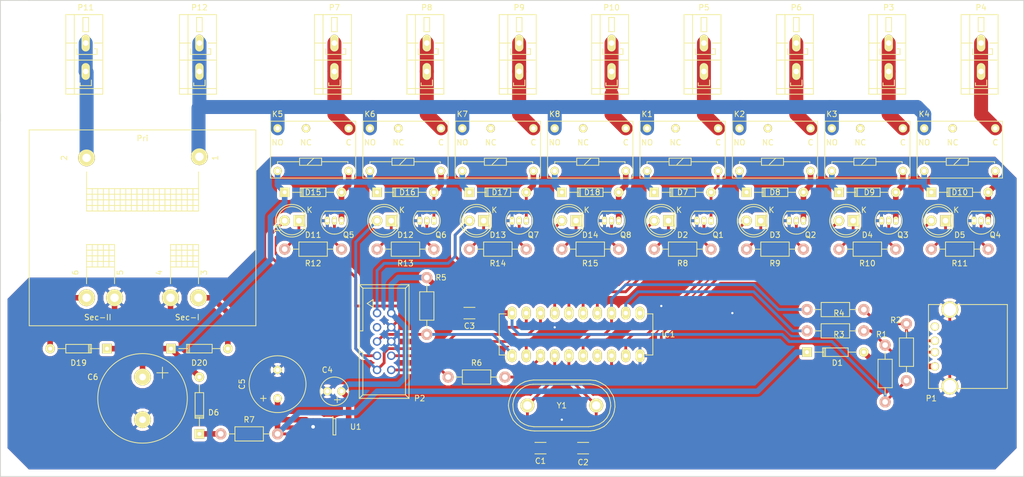
<source format=kicad_pcb>
(kicad_pcb (version 4) (host pcbnew 4.0.0-rc1-stable)
  (layers (0 F.Cu signal) (31 B.Cu signal) (34 B.Paste user) (35 F.Paste user) (36 B.SilkS user) (37 F.SilkS user) (38 B.Mask user) (39 F.Mask user) (44 Edge.Cuts user))
  (net 0 "")
  (net 1 GND)
  (net 2 "Net-(C1-Pad2)")
  (net 3 "Net-(C2-Pad2)")
  (net 4 VCC)
  (net 5 "Net-(C5-Pad1)")
  (net 6 "Net-(C6-Pad1)")
  (net 7 "Net-(D1-Pad2)")
  (net 8 "Net-(D2-Pad1)")
  (net 9 PB3)
  (net 10 "Net-(D3-Pad1)")
  (net 11 PB2)
  (net 12 "Net-(D4-Pad1)")
  (net 13 PD5)
  (net 14 "Net-(D5-Pad1)")
  (net 15 PD4)
  (net 16 "Net-(D6-Pad1)")
  (net 17 "Net-(D7-Pad2)")
  (net 18 "Net-(D8-Pad2)")
  (net 19 "Net-(D9-Pad2)")
  (net 20 "Net-(D10-Pad2)")
  (net 21 "Net-(D11-Pad1)")
  (net 22 PB7)
  (net 23 "Net-(D12-Pad1)")
  (net 24 PB6)
  (net 25 "Net-(D13-Pad1)")
  (net 26 PB5)
  (net 27 "Net-(D14-Pad1)")
  (net 28 PB4)
  (net 29 "Net-(D15-Pad2)")
  (net 30 "Net-(D16-Pad2)")
  (net 31 "Net-(D17-Pad2)")
  (net 32 "Net-(D18-Pad2)")
  (net 33 "Net-(D19-Pad2)")
  (net 34 "Net-(D20-Pad2)")
  (net 35 "Net-(IC1-Pad1)")
  (net 36 "Net-(IC1-Pad2)")
  (net 37 "Net-(IC1-Pad3)")
  (net 38 "Net-(IC1-Pad13)")
  (net 39 "Net-(IC1-Pad7)")
  (net 40 "Net-(IC1-Pad11)")
  (net 41 "Net-(IC1-Pad12)")
  (net 42 "Net-(K1-Pad3)")
  (net 43 "Net-(K1-Pad5)")
  (net 44 "Net-(K1-Pad1)")
  (net 45 "Net-(K2-Pad3)")
  (net 46 "Net-(K2-Pad5)")
  (net 47 "Net-(K3-Pad3)")
  (net 48 "Net-(K3-Pad5)")
  (net 49 "Net-(K4-Pad3)")
  (net 50 "Net-(K4-Pad5)")
  (net 51 "Net-(K5-Pad3)")
  (net 52 "Net-(K5-Pad5)")
  (net 53 "Net-(K6-Pad3)")
  (net 54 "Net-(K6-Pad5)")
  (net 55 "Net-(K7-Pad3)")
  (net 56 "Net-(K7-Pad5)")
  (net 57 "Net-(K8-Pad3)")
  (net 58 "Net-(K8-Pad5)")
  (net 59 "Net-(P2-Pad3)")
  (net 60 "Net-(P2-Pad10)")
  (net 61 "Net-(P11-Pad1)")
  (net 62 "Net-(Q1-Pad2)")
  (net 63 "Net-(Q2-Pad2)")
  (net 64 "Net-(Q3-Pad2)")
  (net 65 "Net-(Q4-Pad2)")
  (net 66 "Net-(Q5-Pad2)")
  (net 67 "Net-(Q6-Pad2)")
  (net 68 "Net-(Q7-Pad2)")
  (net 69 "Net-(Q8-Pad2)")
  (net 70 "Net-(P1-Pad2)")
  (net 71 "Net-(P1-Pad3)")
  (net 72 "Net-(P1-Pad4)")
  (net 73 "Net-(C3-Pad2)")
  (module Transformers_CHK:Trafo_CHK-EI38-3VA_2xSec (layer F.Cu) (at 86.36 102.87 270)
    (fp_text reference T1 (at 0 -24.13 270) (layer F.SilkS))
    (fp_text value TRANSFO2)
    (fp_text user Sec-II (at 15.99946 8.001 360) (layer F.SilkS))
    (fp_text user Sec-I (at 15.99946 -8.001 360) (layer F.SilkS))
    (fp_text user Pri (at -15.99946 0 360) (layer F.SilkS))
    (fp_text user 6 (at 8.001 11.99896 270) (layer F.SilkS))
    (fp_text user 4 (at 8.001 -2.99974 270) (layer F.SilkS))
    (fp_text user 5 (at 8.001 4.0005 270) (layer F.SilkS))
    (fp_text user 3 (at 8.001 -11.00074 270) (layer F.SilkS))
    (fp_text user 1 (at -12.49934 -12.99972 270) (layer F.SilkS))
    (fp_text user 2 (at -12.49934 14.00048 270) (layer F.SilkS))
    (pad 2 thru_hole circle (at -12.49934 9.99998 270) (size 2.99974 2.99974) (drill 1.50114) (layers *.Cu *.Mask F.SilkS) (net 61 "Net-(P11-Pad1)"))
    (pad 1 thru_hole circle (at -12.7 -10.16 270) (size 2.99974 2.99974) (drill 1.50114) (layers *.Cu *.Mask F.SilkS) (net 44 "Net-(K1-Pad1)"))
    (pad 3 thru_hole circle (at 12.49934 -9.99998 270) (size 2.99974 2.99974) (drill 1.50114) (layers *.Cu *.Mask F.SilkS) (net 34 "Net-(D20-Pad2)"))
    (pad 4 thru_hole circle (at 12.49934 -5.00126 270) (size 2.99974 2.99974) (drill 1.50114) (layers *.Cu *.Mask F.SilkS) (net 1 GND))
    (pad 5 thru_hole circle (at 12.49934 5.00126 270) (size 2.99974 2.99974) (drill 1.50114) (layers *.Cu *.Mask F.SilkS) (net 1 GND))
    (pad 6 thru_hole circle (at 12.49934 9.99998 270) (size 2.99974 2.99974) (drill 1.50114) (layers *.Cu *.Mask F.SilkS) (net 33 "Net-(D19-Pad2)"))
  )
  (module Capacitors_SMD:C_1206_HandSoldering (layer F.Cu) (at 157.48 142.24 180)
    (fp_text reference C1 (at 0 -2.3 180) (layer F.SilkS))
    (fp_text value 15pF)
    (pad 1 smd rect (at -2 0 180) (size 2 1.6) (layers F.Cu F.Paste F.Mask) (net 1 GND))
    (pad 2 smd rect (at 2 0 180) (size 2 1.6) (layers F.Cu F.Paste F.Mask) (net 2 "Net-(C1-Pad2)"))
  )
  (module Capacitors_SMD:C_1206_HandSoldering (layer F.Cu) (at 165.1 142.24)
    (fp_text reference C2 (at 0 2.54) (layer F.SilkS))
    (fp_text value 15pF)
    (pad 1 smd rect (at -2 0) (size 2 1.6) (layers F.Cu F.Paste F.Mask) (net 1 GND))
    (pad 2 smd rect (at 2 0) (size 2 1.6) (layers F.Cu F.Paste F.Mask) (net 3 "Net-(C2-Pad2)"))
  )
  (module Capacitors_SMD:C_1206_HandSoldering (layer F.Cu) (at 144.78 118.11 180)
    (fp_text reference C3 (at 0 -2.3 180) (layer F.SilkS))
    (fp_text value 15pF)
    (pad 1 smd rect (at -2 0 180) (size 2 1.6) (layers F.Cu F.Paste F.Mask) (net 4 VCC))
    (pad 2 smd rect (at 2 0 180) (size 2 1.6) (layers F.Cu F.Paste F.Mask) (net 73 "Net-(C3-Pad2)"))
  )
  (module Capacitors_Elko_ThroughHole:Elko_vert_11x5mm_RM2.5 (layer F.Cu) (at 121.92 132.08 180)
    (fp_text reference C4 (at 2.54 3.81 180) (layer F.SilkS))
    (fp_text value 2u2/16V)
    (fp_line (start 0.2032 -1.524) (end 1.27 -1.524) (layer F.Cu) (width 0.15))
    (fp_line (start 0.762 -2.032) (end 0.762 -0.9906) (layer F.Cu) (width 0.15))
    (pad 2 thru_hole circle (at 2.54 0 180) (size 1.50114 1.50114) (drill 0.8001) (layers *.Cu *.Mask F.SilkS) (net 1 GND))
    (pad 1 thru_hole circle (at 0 0 180) (size 1.50114 1.50114) (drill 0.8001) (layers *.Cu *.Mask F.SilkS) (net 4 VCC))
  )
  (module Capacitors_Elko_ThroughHole:Elko_vert_20x10mm_RM5 (layer F.Cu) (at 110.49 133.35 90)
    (fp_text reference C5 (at 2.54 -6.35 90) (layer F.SilkS))
    (fp_text value 10uF/16V)
    (fp_line (start -0.508 -2.54) (end 0.508 -2.54) (layer F.Cu) (width 0.15))
    (fp_line (start 0 -3.048) (end 0 -2.032) (layer F.Cu) (width 0.15))
    (pad 2 thru_hole circle (at 5.08 0 90) (size 1.50114 1.50114) (drill 0.8001) (layers *.Cu *.Mask F.SilkS) (net 1 GND))
    (pad 1 thru_hole circle (at 0 0 90) (size 1.50114 1.50114) (drill 0.8001) (layers *.Cu *.Mask F.SilkS) (net 5 "Net-(C5-Pad1)"))
  )
  (module Capacitors_Elko_ThroughHole:Elko_vert_31.5x16mm_RM7.5 (layer F.Cu) (at 86.36 129.54 270)
    (fp_text reference C6 (at 0 8.89 540) (layer F.SilkS))
    (fp_text value 1000uF/16V)
    (fp_line (start -0.762 -4.572) (end -0.762 -4.064) (layer F.Cu) (width 0.15))
    (fp_line (start -0.762 -4.064) (end -0.762 -3.556) (layer F.Cu) (width 0.15))
    (fp_line (start -0.762 -3.556) (end -0.762 -3.048) (layer F.Cu) (width 0.15))
    (fp_line (start -0.762 -3.048) (end -0.762 -2.54) (layer F.Cu) (width 0.15))
    (fp_line (start -1.778 -3.556) (end 0.254 -3.556) (layer F.Cu) (width 0.15))
    (pad 2 thru_hole circle (at 7.62 0 270) (size 2.99974 2.99974) (drill 1.19888) (layers *.Cu *.Mask F.SilkS) (net 1 GND))
    (pad 1 thru_hole circle (at 0 0 270) (size 2.99974 2.99974) (drill 1.19888) (layers *.Cu *.Mask F.SilkS) (net 6 "Net-(C6-Pad1)"))
  )
  (module Diodes_ThroughHole:Diode_DO-35_SOD27_Horizontal_RM10 (layer F.Cu) (at 205.105 125.095)
    (fp_text reference D1 (at 5.43052 1.905) (layer F.SilkS))
    (fp_text value 1N4148)
    (pad 2 thru_hole circle (at 10.16052 -0.00254 180) (size 1.69926 1.69926) (drill 0.70104) (layers *.Cu *.Mask F.SilkS) (net 7 "Net-(D1-Pad2)"))
    (pad 1 thru_hole rect (at 0.00052 -0.00254 180) (size 1.69926 1.69926) (drill 0.70104) (layers *.Cu *.Mask F.SilkS) (net 5 "Net-(C5-Pad1)"))
  )
  (module LEDs:LED-5MM (layer F.Cu) (at 180.34 101.6 180)
    (fp_text reference D2 (at -2.54 -2.54 180) (layer F.SilkS))
    (fp_text value LED)
    (fp_text user K (at -1.905 1.905 180) (layer F.SilkS))
    (pad 1 thru_hole rect (at 0 0 270) (size 2 1.9) (drill 1.00076) (layers *.Cu *.Mask F.SilkS) (net 8 "Net-(D2-Pad1)"))
    (pad 2 thru_hole circle (at 2.54 0 180) (size 1.9 1.9) (drill 1.00076) (layers *.Cu *.Mask F.SilkS) (net 9 PB3))
  )
  (module LEDs:LED-5MM (layer F.Cu) (at 196.85 101.6 180)
    (fp_text reference D3 (at -2.54 -2.54 180) (layer F.SilkS))
    (fp_text value LED)
    (fp_text user K (at -1.905 1.905 180) (layer F.SilkS))
    (pad 1 thru_hole rect (at 0 0 270) (size 2 1.9) (drill 1.00076) (layers *.Cu *.Mask F.SilkS) (net 10 "Net-(D3-Pad1)"))
    (pad 2 thru_hole circle (at 2.54 0 180) (size 1.9 1.9) (drill 1.00076) (layers *.Cu *.Mask F.SilkS) (net 11 PB2))
  )
  (module LEDs:LED-5MM (layer F.Cu) (at 213.36 101.6 180)
    (fp_text reference D4 (at -2.54 -2.54 180) (layer F.SilkS))
    (fp_text value LED)
    (fp_text user K (at -1.905 1.905 180) (layer F.SilkS))
    (pad 1 thru_hole rect (at 0 0 270) (size 2 1.9) (drill 1.00076) (layers *.Cu *.Mask F.SilkS) (net 12 "Net-(D4-Pad1)"))
    (pad 2 thru_hole circle (at 2.54 0 180) (size 1.9 1.9) (drill 1.00076) (layers *.Cu *.Mask F.SilkS) (net 13 PD5))
  )
  (module LEDs:LED-5MM (layer F.Cu) (at 229.87 101.6 180)
    (fp_text reference D5 (at -2.54 -2.54 180) (layer F.SilkS))
    (fp_text value LED)
    (fp_text user K (at -1.905 1.905 180) (layer F.SilkS))
    (pad 1 thru_hole rect (at 0 0 270) (size 2 1.9) (drill 1.00076) (layers *.Cu *.Mask F.SilkS) (net 14 "Net-(D5-Pad1)"))
    (pad 2 thru_hole circle (at 2.54 0 180) (size 1.9 1.9) (drill 1.00076) (layers *.Cu *.Mask F.SilkS) (net 15 PD4))
  )
  (module Diodes_ThroughHole:Diode_DO-35_SOD27_Horizontal_RM10 (layer F.Cu) (at 96.52 139.7 90)
    (fp_text reference D6 (at 3.81 2.54 360) (layer F.SilkS))
    (fp_text value 1N4148)
    (pad 2 thru_hole circle (at 10.16052 -0.00254 270) (size 1.69926 1.69926) (drill 0.70104) (layers *.Cu *.Mask F.SilkS) (net 6 "Net-(C6-Pad1)"))
    (pad 1 thru_hole rect (at 0.00052 -0.00254 270) (size 1.69926 1.69926) (drill 0.70104) (layers *.Cu *.Mask F.SilkS) (net 16 "Net-(D6-Pad1)"))
  )
  (module Diodes_ThroughHole:Diode_DO-35_SOD27_Horizontal_RM10 (layer F.Cu) (at 177.8 96.52)
    (fp_text reference D7 (at 5.08 0) (layer F.SilkS))
    (fp_text value 1N4148)
    (pad 2 thru_hole circle (at 10.16052 -0.00254 180) (size 1.69926 1.69926) (drill 0.70104) (layers *.Cu *.Mask F.SilkS) (net 17 "Net-(D7-Pad2)"))
    (pad 1 thru_hole rect (at 0.00052 -0.00254 180) (size 1.69926 1.69926) (drill 0.70104) (layers *.Cu *.Mask F.SilkS) (net 6 "Net-(C6-Pad1)"))
  )
  (module Diodes_ThroughHole:Diode_DO-35_SOD27_Horizontal_RM10 (layer F.Cu) (at 194.31 96.52)
    (fp_text reference D8 (at 5.08 0) (layer F.SilkS))
    (fp_text value 1N4148)
    (pad 2 thru_hole circle (at 10.16052 -0.00254 180) (size 1.69926 1.69926) (drill 0.70104) (layers *.Cu *.Mask F.SilkS) (net 18 "Net-(D8-Pad2)"))
    (pad 1 thru_hole rect (at 0.00052 -0.00254 180) (size 1.69926 1.69926) (drill 0.70104) (layers *.Cu *.Mask F.SilkS) (net 6 "Net-(C6-Pad1)"))
  )
  (module Diodes_ThroughHole:Diode_DO-35_SOD27_Horizontal_RM10 (layer F.Cu) (at 210.82 96.52)
    (fp_text reference D9 (at 5.43052 0) (layer F.SilkS))
    (fp_text value 1N4148)
    (pad 2 thru_hole circle (at 10.16052 -0.00254 180) (size 1.69926 1.69926) (drill 0.70104) (layers *.Cu *.Mask F.SilkS) (net 19 "Net-(D9-Pad2)"))
    (pad 1 thru_hole rect (at 0.00052 -0.00254 180) (size 1.69926 1.69926) (drill 0.70104) (layers *.Cu *.Mask F.SilkS) (net 6 "Net-(C6-Pad1)"))
  )
  (module Diodes_ThroughHole:Diode_DO-35_SOD27_Horizontal_RM10 (layer F.Cu) (at 227.33 96.52)
    (fp_text reference D10 (at 5.08 0) (layer F.SilkS))
    (fp_text value 1N4148)
    (pad 2 thru_hole circle (at 10.16052 -0.00254 180) (size 1.69926 1.69926) (drill 0.70104) (layers *.Cu *.Mask F.SilkS) (net 20 "Net-(D10-Pad2)"))
    (pad 1 thru_hole rect (at 0.00052 -0.00254 180) (size 1.69926 1.69926) (drill 0.70104) (layers *.Cu *.Mask F.SilkS) (net 6 "Net-(C6-Pad1)"))
  )
  (module LEDs:LED-5MM (layer F.Cu) (at 114.3 101.6 180)
    (fp_text reference D11 (at -2.54 -2.54 180) (layer F.SilkS))
    (fp_text value LED)
    (fp_text user K (at -1.905 1.905 180) (layer F.SilkS))
    (pad 1 thru_hole rect (at 0 0 270) (size 2 1.9) (drill 1.00076) (layers *.Cu *.Mask F.SilkS) (net 21 "Net-(D11-Pad1)"))
    (pad 2 thru_hole circle (at 2.54 0 180) (size 1.9 1.9) (drill 1.00076) (layers *.Cu *.Mask F.SilkS) (net 22 PB7))
  )
  (module LEDs:LED-5MM (layer F.Cu) (at 130.81 101.6 180)
    (fp_text reference D12 (at -2.54 -2.54 180) (layer F.SilkS))
    (fp_text value LED)
    (fp_text user K (at -1.905 1.905 180) (layer F.SilkS))
    (pad 1 thru_hole rect (at 0 0 270) (size 2 1.9) (drill 1.00076) (layers *.Cu *.Mask F.SilkS) (net 23 "Net-(D12-Pad1)"))
    (pad 2 thru_hole circle (at 2.54 0 180) (size 1.9 1.9) (drill 1.00076) (layers *.Cu *.Mask F.SilkS) (net 24 PB6))
  )
  (module LEDs:LED-5MM (layer F.Cu) (at 147.32 101.6 180)
    (fp_text reference D13 (at -2.54 -2.54 180) (layer F.SilkS))
    (fp_text value LED)
    (fp_text user K (at -1.905 1.905 180) (layer F.SilkS))
    (pad 1 thru_hole rect (at 0 0 270) (size 2 1.9) (drill 1.00076) (layers *.Cu *.Mask F.SilkS) (net 25 "Net-(D13-Pad1)"))
    (pad 2 thru_hole circle (at 2.54 0 180) (size 1.9 1.9) (drill 1.00076) (layers *.Cu *.Mask F.SilkS) (net 26 PB5))
  )
  (module LEDs:LED-5MM (layer F.Cu) (at 163.83 101.6 180)
    (fp_text reference D14 (at -2.54 -2.54 180) (layer F.SilkS))
    (fp_text value LED)
    (fp_text user K (at -1.905 1.905 180) (layer F.SilkS))
    (pad 1 thru_hole rect (at 0 0 270) (size 2 1.9) (drill 1.00076) (layers *.Cu *.Mask F.SilkS) (net 27 "Net-(D14-Pad1)"))
    (pad 2 thru_hole circle (at 2.54 0 180) (size 1.9 1.9) (drill 1.00076) (layers *.Cu *.Mask F.SilkS) (net 28 PB4))
  )
  (module Diodes_ThroughHole:Diode_DO-35_SOD27_Horizontal_RM10 (layer F.Cu) (at 111.76 96.52)
    (fp_text reference D15 (at 5.08 0) (layer F.SilkS))
    (fp_text value 1N4148)
    (pad 2 thru_hole circle (at 10.16052 -0.00254 180) (size 1.69926 1.69926) (drill 0.70104) (layers *.Cu *.Mask F.SilkS) (net 29 "Net-(D15-Pad2)"))
    (pad 1 thru_hole rect (at 0.00052 -0.00254 180) (size 1.69926 1.69926) (drill 0.70104) (layers *.Cu *.Mask F.SilkS) (net 6 "Net-(C6-Pad1)"))
  )
  (module Diodes_ThroughHole:Diode_DO-35_SOD27_Horizontal_RM10 (layer F.Cu) (at 128.27 96.52)
    (fp_text reference D16 (at 5.43052 0) (layer F.SilkS))
    (fp_text value 1N4148)
    (pad 2 thru_hole circle (at 10.16052 -0.00254 180) (size 1.69926 1.69926) (drill 0.70104) (layers *.Cu *.Mask F.SilkS) (net 30 "Net-(D16-Pad2)"))
    (pad 1 thru_hole rect (at 0.00052 -0.00254 180) (size 1.69926 1.69926) (drill 0.70104) (layers *.Cu *.Mask F.SilkS) (net 6 "Net-(C6-Pad1)"))
  )
  (module Diodes_ThroughHole:Diode_DO-35_SOD27_Horizontal_RM10 (layer F.Cu) (at 144.78 96.52)
    (fp_text reference D17 (at 5.43052 0) (layer F.SilkS))
    (fp_text value 1N4148)
    (pad 2 thru_hole circle (at 10.16052 -0.00254 180) (size 1.69926 1.69926) (drill 0.70104) (layers *.Cu *.Mask F.SilkS) (net 31 "Net-(D17-Pad2)"))
    (pad 1 thru_hole rect (at 0.00052 -0.00254 180) (size 1.69926 1.69926) (drill 0.70104) (layers *.Cu *.Mask F.SilkS) (net 6 "Net-(C6-Pad1)"))
  )
  (module Diodes_ThroughHole:Diode_DO-35_SOD27_Horizontal_RM10 (layer F.Cu) (at 161.29 96.52)
    (fp_text reference D18 (at 5.43052 0) (layer F.SilkS))
    (fp_text value 1N4148)
    (pad 2 thru_hole circle (at 10.16052 -0.00254 180) (size 1.69926 1.69926) (drill 0.70104) (layers *.Cu *.Mask F.SilkS) (net 32 "Net-(D18-Pad2)"))
    (pad 1 thru_hole rect (at 0.00052 -0.00254 180) (size 1.69926 1.69926) (drill 0.70104) (layers *.Cu *.Mask F.SilkS) (net 6 "Net-(C6-Pad1)"))
  )
  (module Diodes_ThroughHole:Diode_DO-35_SOD27_Horizontal_RM10 (layer F.Cu) (at 80.01 124.46 180)
    (fp_text reference D19 (at 5.08 -2.54 180) (layer F.SilkS))
    (fp_text value 1N4004)
    (pad 2 thru_hole circle (at 10.16052 -0.00254) (size 1.69926 1.69926) (drill 0.70104) (layers *.Cu *.Mask F.SilkS) (net 33 "Net-(D19-Pad2)"))
    (pad 1 thru_hole rect (at 0.00052 -0.00254) (size 1.69926 1.69926) (drill 0.70104) (layers *.Cu *.Mask F.SilkS) (net 6 "Net-(C6-Pad1)"))
  )
  (module Diodes_ThroughHole:Diode_DO-35_SOD27_Horizontal_RM10 (layer F.Cu) (at 91.44 124.46)
    (fp_text reference D20 (at 5.08 2.54) (layer F.SilkS))
    (fp_text value 1N4004)
    (pad 2 thru_hole circle (at 10.16052 -0.00254 180) (size 1.69926 1.69926) (drill 0.70104) (layers *.Cu *.Mask F.SilkS) (net 34 "Net-(D20-Pad2)"))
    (pad 1 thru_hole rect (at 0.00052 -0.00254 180) (size 1.69926 1.69926) (drill 0.70104) (layers *.Cu *.Mask F.SilkS) (net 6 "Net-(C6-Pad1)"))
  )
  (module Housings_DIP:DIP-20_W7.62mm_LongPads (layer F.Cu) (at 152.4 125.73 90)
    (fp_text reference IC1 (at 3.81 27.94 180) (layer F.SilkS))
    (fp_text value AT90S2313-P)
    (pad 1 thru_hole oval (at 0 0 90) (size 2.3 1.6) (drill 0.8) (layers *.Cu *.Mask F.SilkS) (net 35 "Net-(IC1-Pad1)"))
    (pad 2 thru_hole oval (at 0 2.54 90) (size 2.3 1.6) (drill 0.8) (layers *.Cu *.Mask F.SilkS) (net 36 "Net-(IC1-Pad2)"))
    (pad 3 thru_hole oval (at 0 5.08 90) (size 2.3 1.6) (drill 0.8) (layers *.Cu *.Mask F.SilkS) (net 37 "Net-(IC1-Pad3)"))
    (pad 4 thru_hole oval (at 0 7.62 90) (size 2.3 1.6) (drill 0.8) (layers *.Cu *.Mask F.SilkS) (net 2 "Net-(C1-Pad2)"))
    (pad 5 thru_hole oval (at 0 10.16 90) (size 2.3 1.6) (drill 0.8) (layers *.Cu *.Mask F.SilkS) (net 3 "Net-(C2-Pad2)"))
    (pad 6 thru_hole oval (at 0 12.7 90) (size 2.3 1.6) (drill 0.8) (layers *.Cu *.Mask F.SilkS) (net 38 "Net-(IC1-Pad13)"))
    (pad 7 thru_hole oval (at 0 15.24 90) (size 2.3 1.6) (drill 0.8) (layers *.Cu *.Mask F.SilkS) (net 39 "Net-(IC1-Pad7)"))
    (pad 8 thru_hole oval (at 0 17.78 90) (size 2.3 1.6) (drill 0.8) (layers *.Cu *.Mask F.SilkS) (net 15 PD4))
    (pad 9 thru_hole oval (at 0 20.32 90) (size 2.3 1.6) (drill 0.8) (layers *.Cu *.Mask F.SilkS) (net 13 PD5))
    (pad 10 thru_hole oval (at 0 22.86 90) (size 2.3 1.6) (drill 0.8) (layers *.Cu *.Mask F.SilkS) (net 1 GND))
    (pad 11 thru_hole oval (at 7.62 22.86 90) (size 2.3 1.6) (drill 0.8) (layers *.Cu *.Mask F.SilkS) (net 40 "Net-(IC1-Pad11)"))
    (pad 12 thru_hole oval (at 7.62 20.32 90) (size 2.3 1.6) (drill 0.8) (layers *.Cu *.Mask F.SilkS) (net 41 "Net-(IC1-Pad12)"))
    (pad 13 thru_hole oval (at 7.62 17.78 90) (size 2.3 1.6) (drill 0.8) (layers *.Cu *.Mask F.SilkS) (net 38 "Net-(IC1-Pad13)"))
    (pad 14 thru_hole oval (at 7.62 15.24 90) (size 2.3 1.6) (drill 0.8) (layers *.Cu *.Mask F.SilkS) (net 11 PB2))
    (pad 15 thru_hole oval (at 7.62 12.7 90) (size 2.3 1.6) (drill 0.8) (layers *.Cu *.Mask F.SilkS) (net 9 PB3))
    (pad 16 thru_hole oval (at 7.62 10.16 90) (size 2.3 1.6) (drill 0.8) (layers *.Cu *.Mask F.SilkS) (net 28 PB4))
    (pad 17 thru_hole oval (at 7.62 7.62 90) (size 2.3 1.6) (drill 0.8) (layers *.Cu *.Mask F.SilkS) (net 26 PB5))
    (pad 18 thru_hole oval (at 7.62 5.08 90) (size 2.3 1.6) (drill 0.8) (layers *.Cu *.Mask F.SilkS) (net 24 PB6))
    (pad 19 thru_hole oval (at 7.62 2.54 90) (size 2.3 1.6) (drill 0.8) (layers *.Cu *.Mask F.SilkS) (net 22 PB7))
    (pad 20 thru_hole oval (at 7.62 0 90) (size 2.3 1.6) (drill 0.8) (layers *.Cu *.Mask F.SilkS) (net 4 VCC))
  )
  (module Connect:VASCH5x2 (layer F.Cu) (at 129.54 123.19 270)
    (fp_text reference P2 (at 10.16 -6.35 360) (layer F.SilkS))
    (fp_text value CONN_02X05)
    (pad 1 thru_hole circle (at -5.08 1.27 270) (size 1.50622 1.50622) (drill 0.99822) (layers *.Cu *.Mask) (net 26 PB5))
    (pad 2 thru_hole circle (at -5.08 -1.27 270) (size 1.50622 1.50622) (drill 0.99822) (layers *.Cu *.Mask) (net 4 VCC))
    (pad 3 thru_hole circle (at -2.54 1.27 270) (size 1.50622 1.50622) (drill 0.99822) (layers *.Cu *.Mask) (net 59 "Net-(P2-Pad3)"))
    (pad 4 thru_hole circle (at -2.54 -1.27 270) (size 1.50622 1.50622) (drill 0.99822) (layers *.Cu *.Mask) (net 1 GND))
    (pad 5 thru_hole circle (at 0 1.27 270) (size 1.50622 1.50622) (drill 0.99822) (layers *.Cu *.Mask) (net 35 "Net-(IC1-Pad1)"))
    (pad 6 thru_hole circle (at 0 -1.27 270) (size 1.50622 1.50622) (drill 0.99822) (layers *.Cu *.Mask) (net 1 GND))
    (pad 7 thru_hole circle (at 2.54 1.27 270) (size 1.50622 1.50622) (drill 0.99822) (layers *.Cu *.Mask) (net 22 PB7))
    (pad 8 thru_hole circle (at 2.54 -1.27 270) (size 1.50622 1.50622) (drill 0.99822) (layers *.Cu *.Mask) (net 36 "Net-(IC1-Pad2)"))
    (pad 9 thru_hole circle (at 5.08 1.27 270) (size 1.50622 1.50622) (drill 0.99822) (layers *.Cu *.Mask) (net 24 PB6))
    (pad 10 thru_hole circle (at 5.08 -1.27 270) (size 1.50622 1.50622) (drill 0.99822) (layers *.Cu *.Mask) (net 60 "Net-(P2-Pad10)"))
  )
  (module TO_SOT_Packages_THT:TO-92_Inline_Narrow_Oval (layer F.Cu) (at 187.96 101.6 180)
    (fp_text reference Q1 (at -1.27 -2.54 180) (layer F.SilkS))
    (fp_text value BC547)
    (pad 2 thru_hole oval (at 1.27 0) (size 0.89916 1.50114) (drill 0.6) (layers *.Cu *.Mask F.SilkS) (net 62 "Net-(Q1-Pad2)"))
    (pad 3 thru_hole oval (at 2.54 0) (size 0.89916 1.50114) (drill 0.6) (layers *.Cu *.Mask F.SilkS) (net 1 GND))
    (pad 1 thru_hole oval (at 0 0) (size 0.89916 1.50114) (drill 0.6) (layers *.Cu *.Mask F.SilkS) (net 17 "Net-(D7-Pad2)"))
  )
  (module TO_SOT_Packages_THT:TO-92_Inline_Narrow_Oval (layer F.Cu) (at 204.47 101.6 180)
    (fp_text reference Q2 (at -1.27 -2.54 180) (layer F.SilkS))
    (fp_text value BC547)
    (pad 2 thru_hole oval (at 1.27 0) (size 0.89916 1.50114) (drill 0.6) (layers *.Cu *.Mask F.SilkS) (net 63 "Net-(Q2-Pad2)"))
    (pad 3 thru_hole oval (at 2.54 0) (size 0.89916 1.50114) (drill 0.6) (layers *.Cu *.Mask F.SilkS) (net 1 GND))
    (pad 1 thru_hole oval (at 0 0) (size 0.89916 1.50114) (drill 0.6) (layers *.Cu *.Mask F.SilkS) (net 18 "Net-(D8-Pad2)"))
  )
  (module TO_SOT_Packages_THT:TO-92_Inline_Narrow_Oval (layer F.Cu) (at 220.98 101.6 180)
    (fp_text reference Q3 (at -1.27 -2.54 180) (layer F.SilkS))
    (fp_text value BC547 hide)
    (pad 2 thru_hole oval (at 1.27 0) (size 0.89916 1.50114) (drill 0.6) (layers *.Cu *.Mask F.SilkS) (net 64 "Net-(Q3-Pad2)"))
    (pad 3 thru_hole oval (at 2.54 0) (size 0.89916 1.50114) (drill 0.6) (layers *.Cu *.Mask F.SilkS) (net 1 GND))
    (pad 1 thru_hole oval (at 0 0) (size 0.89916 1.50114) (drill 0.6) (layers *.Cu *.Mask F.SilkS) (net 19 "Net-(D9-Pad2)"))
  )
  (module TO_SOT_Packages_THT:TO-92_Inline_Narrow_Oval (layer F.Cu) (at 237.49 101.6 180)
    (fp_text reference Q4 (at -1.27 -2.54 180) (layer F.SilkS))
    (fp_text value BC547)
    (pad 2 thru_hole oval (at 1.27 0) (size 0.89916 1.50114) (drill 0.6) (layers *.Cu *.Mask F.SilkS) (net 65 "Net-(Q4-Pad2)"))
    (pad 3 thru_hole oval (at 2.54 0) (size 0.89916 1.50114) (drill 0.6) (layers *.Cu *.Mask F.SilkS) (net 1 GND))
    (pad 1 thru_hole oval (at 0 0) (size 0.89916 1.50114) (drill 0.6) (layers *.Cu *.Mask F.SilkS) (net 20 "Net-(D10-Pad2)"))
  )
  (module TO_SOT_Packages_THT:TO-92_Inline_Narrow_Oval (layer F.Cu) (at 121.92 101.6 180)
    (fp_text reference Q5 (at -1.27 -2.54 180) (layer F.SilkS))
    (fp_text value BC547)
    (pad 2 thru_hole oval (at 1.27 0) (size 0.89916 1.50114) (drill 0.6) (layers *.Cu *.Mask F.SilkS) (net 66 "Net-(Q5-Pad2)"))
    (pad 3 thru_hole oval (at 2.54 0) (size 0.89916 1.50114) (drill 0.6) (layers *.Cu *.Mask F.SilkS) (net 1 GND))
    (pad 1 thru_hole oval (at 0 0) (size 0.89916 1.50114) (drill 0.6) (layers *.Cu *.Mask F.SilkS) (net 29 "Net-(D15-Pad2)"))
  )
  (module TO_SOT_Packages_THT:TO-92_Inline_Narrow_Oval (layer F.Cu) (at 138.43 101.6 180)
    (fp_text reference Q6 (at -1.27 -2.54 180) (layer F.SilkS))
    (fp_text value BC547)
    (pad 2 thru_hole oval (at 1.27 0) (size 0.89916 1.50114) (drill 0.6) (layers *.Cu *.Mask F.SilkS) (net 67 "Net-(Q6-Pad2)"))
    (pad 3 thru_hole oval (at 2.54 0) (size 0.89916 1.50114) (drill 0.6) (layers *.Cu *.Mask F.SilkS) (net 1 GND))
    (pad 1 thru_hole oval (at 0 0) (size 0.89916 1.50114) (drill 0.6) (layers *.Cu *.Mask F.SilkS) (net 30 "Net-(D16-Pad2)"))
  )
  (module TO_SOT_Packages_THT:TO-92_Inline_Narrow_Oval (layer F.Cu) (at 154.94 101.6 180)
    (fp_text reference Q7 (at -1.27 -2.54 180) (layer F.SilkS))
    (fp_text value BC547)
    (pad 2 thru_hole oval (at 1.27 0) (size 0.89916 1.50114) (drill 0.6) (layers *.Cu *.Mask F.SilkS) (net 68 "Net-(Q7-Pad2)"))
    (pad 3 thru_hole oval (at 2.54 0) (size 0.89916 1.50114) (drill 0.6) (layers *.Cu *.Mask F.SilkS) (net 1 GND))
    (pad 1 thru_hole oval (at 0 0) (size 0.89916 1.50114) (drill 0.6) (layers *.Cu *.Mask F.SilkS) (net 31 "Net-(D17-Pad2)"))
  )
  (module TO_SOT_Packages_THT:TO-92_Inline_Narrow_Oval (layer F.Cu) (at 171.45 101.6 180)
    (fp_text reference Q8 (at -1.27 -2.54 180) (layer F.SilkS))
    (fp_text value BC547)
    (pad 2 thru_hole oval (at 1.27 0) (size 0.89916 1.50114) (drill 0.6) (layers *.Cu *.Mask F.SilkS) (net 69 "Net-(Q8-Pad2)"))
    (pad 3 thru_hole oval (at 2.54 0) (size 0.89916 1.50114) (drill 0.6) (layers *.Cu *.Mask F.SilkS) (net 1 GND))
    (pad 1 thru_hole oval (at 0 0) (size 0.89916 1.50114) (drill 0.6) (layers *.Cu *.Mask F.SilkS) (net 32 "Net-(D18-Pad2)"))
  )
  (module Resistors_ThroughHole:Resistor_Horizontal_RM10mm (layer F.Cu) (at 219.075 128.905 90)
    (fp_text reference R1 (at 6.985 -0.635 180) (layer F.SilkS))
    (fp_text value 1K5)
    (pad 1 thru_hole circle (at -5.08 0 90) (size 1.99898 1.99898) (drill 1.00076) (layers *.Cu *.SilkS *.Mask) (net 4 VCC))
    (pad 2 thru_hole circle (at 5.08 0 90) (size 1.99898 1.99898) (drill 1.00076) (layers *.Cu *.SilkS *.Mask) (net 70 "Net-(P1-Pad2)"))
  )
  (module Resistors_ThroughHole:Resistor_Horizontal_RM10mm (layer F.Cu) (at 222.885 125.095 90)
    (fp_text reference R2 (at 5.715 -1.905 180) (layer F.SilkS))
    (fp_text value 1M)
    (pad 1 thru_hole circle (at -5.08 0 90) (size 1.99898 1.99898) (drill 1.00076) (layers *.Cu *.SilkS *.Mask) (net 4 VCC))
    (pad 2 thru_hole circle (at 5.08 0 90) (size 1.99898 1.99898) (drill 1.00076) (layers *.Cu *.SilkS *.Mask) (net 71 "Net-(P1-Pad3)"))
  )
  (module Resistors_ThroughHole:Resistor_Horizontal_RM10mm (layer F.Cu) (at 210.185 121.285)
    (fp_text reference R3 (at 0.635 0.635) (layer F.SilkS))
    (fp_text value 68R)
    (pad 1 thru_hole circle (at -5.08 0) (size 1.99898 1.99898) (drill 1.00076) (layers *.Cu *.SilkS *.Mask) (net 41 "Net-(IC1-Pad12)"))
    (pad 2 thru_hole circle (at 5.08 0) (size 1.99898 1.99898) (drill 1.00076) (layers *.Cu *.SilkS *.Mask) (net 70 "Net-(P1-Pad2)"))
  )
  (module Resistors_ThroughHole:Resistor_Horizontal_RM10mm (layer F.Cu) (at 210.185 117.475)
    (fp_text reference R4 (at 0.635 0.635) (layer F.SilkS))
    (fp_text value 68R)
    (pad 1 thru_hole circle (at -5.08 0) (size 1.99898 1.99898) (drill 1.00076) (layers *.Cu *.SilkS *.Mask) (net 38 "Net-(IC1-Pad13)"))
    (pad 2 thru_hole circle (at 5.08 0) (size 1.99898 1.99898) (drill 1.00076) (layers *.Cu *.SilkS *.Mask) (net 71 "Net-(P1-Pad3)"))
  )
  (module Resistors_ThroughHole:Resistor_Horizontal_RM10mm (layer F.Cu) (at 137.16 116.84 270)
    (fp_text reference R5 (at -5.08 -2.54 360) (layer F.SilkS))
    (fp_text value 10K)
    (pad 1 thru_hole circle (at -5.08 0 270) (size 1.99898 1.99898) (drill 1.00076) (layers *.Cu *.SilkS *.Mask) (net 4 VCC))
    (pad 2 thru_hole circle (at 5.08 0 270) (size 1.99898 1.99898) (drill 1.00076) (layers *.Cu *.SilkS *.Mask) (net 35 "Net-(IC1-Pad1)"))
  )
  (module Resistors_ThroughHole:Resistor_Horizontal_RM10mm (layer F.Cu) (at 146.05 129.54 180)
    (fp_text reference R6 (at 0 2.54 180) (layer F.SilkS))
    (fp_text value 10K)
    (pad 1 thru_hole circle (at -5.08 0 180) (size 1.99898 1.99898) (drill 1.00076) (layers *.Cu *.SilkS *.Mask) (net 37 "Net-(IC1-Pad3)"))
    (pad 2 thru_hole circle (at 5.08 0 180) (size 1.99898 1.99898) (drill 1.00076) (layers *.Cu *.SilkS *.Mask) (net 60 "Net-(P2-Pad10)"))
  )
  (module Resistors_ThroughHole:Resistor_Horizontal_RM10mm (layer F.Cu) (at 105.41 139.7 180)
    (fp_text reference R7 (at 0 2.54 180) (layer F.SilkS))
    (fp_text value 330R)
    (pad 1 thru_hole circle (at -5.08 0 180) (size 1.99898 1.99898) (drill 1.00076) (layers *.Cu *.SilkS *.Mask) (net 5 "Net-(C5-Pad1)"))
    (pad 2 thru_hole circle (at 5.08 0 180) (size 1.99898 1.99898) (drill 1.00076) (layers *.Cu *.SilkS *.Mask) (net 16 "Net-(D6-Pad1)"))
  )
  (module Resistors_ThroughHole:Resistor_Horizontal_RM10mm (layer F.Cu) (at 182.88 106.68 180)
    (fp_text reference R8 (at 0 -2.54 180) (layer F.SilkS))
    (fp_text value 1K)
    (pad 1 thru_hole circle (at -5.08 0 180) (size 1.99898 1.99898) (drill 1.00076) (layers *.Cu *.SilkS *.Mask) (net 62 "Net-(Q1-Pad2)"))
    (pad 2 thru_hole circle (at 5.08 0 180) (size 1.99898 1.99898) (drill 1.00076) (layers *.Cu *.SilkS *.Mask) (net 8 "Net-(D2-Pad1)"))
  )
  (module Resistors_ThroughHole:Resistor_Horizontal_RM10mm (layer F.Cu) (at 199.39 106.68 180)
    (fp_text reference R9 (at 0 -2.54 180) (layer F.SilkS))
    (fp_text value 1K)
    (pad 1 thru_hole circle (at -5.08 0 180) (size 1.99898 1.99898) (drill 1.00076) (layers *.Cu *.SilkS *.Mask) (net 63 "Net-(Q2-Pad2)"))
    (pad 2 thru_hole circle (at 5.08 0 180) (size 1.99898 1.99898) (drill 1.00076) (layers *.Cu *.SilkS *.Mask) (net 10 "Net-(D3-Pad1)"))
  )
  (module Resistors_ThroughHole:Resistor_Horizontal_RM10mm (layer F.Cu) (at 215.9 106.68 180)
    (fp_text reference R10 (at 0 -2.54 180) (layer F.SilkS))
    (fp_text value 1K)
    (pad 1 thru_hole circle (at -5.08 0 180) (size 1.99898 1.99898) (drill 1.00076) (layers *.Cu *.SilkS *.Mask) (net 64 "Net-(Q3-Pad2)"))
    (pad 2 thru_hole circle (at 5.08 0 180) (size 1.99898 1.99898) (drill 1.00076) (layers *.Cu *.SilkS *.Mask) (net 12 "Net-(D4-Pad1)"))
  )
  (module Resistors_ThroughHole:Resistor_Horizontal_RM10mm (layer F.Cu) (at 232.41 106.68 180)
    (fp_text reference R11 (at 0 -2.54 180) (layer F.SilkS))
    (fp_text value 1K)
    (pad 1 thru_hole circle (at -5.08 0 180) (size 1.99898 1.99898) (drill 1.00076) (layers *.Cu *.SilkS *.Mask) (net 65 "Net-(Q4-Pad2)"))
    (pad 2 thru_hole circle (at 5.08 0 180) (size 1.99898 1.99898) (drill 1.00076) (layers *.Cu *.SilkS *.Mask) (net 14 "Net-(D5-Pad1)"))
  )
  (module Resistors_ThroughHole:Resistor_Horizontal_RM10mm (layer F.Cu) (at 116.84 106.68 180)
    (fp_text reference R12 (at 0 -2.54 180) (layer F.SilkS))
    (fp_text value 1K)
    (pad 1 thru_hole circle (at -5.08 0 180) (size 1.99898 1.99898) (drill 1.00076) (layers *.Cu *.SilkS *.Mask) (net 66 "Net-(Q5-Pad2)"))
    (pad 2 thru_hole circle (at 5.08 0 180) (size 1.99898 1.99898) (drill 1.00076) (layers *.Cu *.SilkS *.Mask) (net 21 "Net-(D11-Pad1)"))
  )
  (module Resistors_ThroughHole:Resistor_Horizontal_RM10mm (layer F.Cu) (at 133.35 106.68 180)
    (fp_text reference R13 (at 0 -2.54 180) (layer F.SilkS))
    (fp_text value 1K)
    (pad 1 thru_hole circle (at -5.08 0 180) (size 1.99898 1.99898) (drill 1.00076) (layers *.Cu *.SilkS *.Mask) (net 67 "Net-(Q6-Pad2)"))
    (pad 2 thru_hole circle (at 5.08 0 180) (size 1.99898 1.99898) (drill 1.00076) (layers *.Cu *.SilkS *.Mask) (net 23 "Net-(D12-Pad1)"))
  )
  (module Resistors_ThroughHole:Resistor_Horizontal_RM10mm (layer F.Cu) (at 149.86 106.68 180)
    (fp_text reference R14 (at 0 -2.54 180) (layer F.SilkS))
    (fp_text value 1K)
    (pad 1 thru_hole circle (at -5.08 0 180) (size 1.99898 1.99898) (drill 1.00076) (layers *.Cu *.SilkS *.Mask) (net 68 "Net-(Q7-Pad2)"))
    (pad 2 thru_hole circle (at 5.08 0 180) (size 1.99898 1.99898) (drill 1.00076) (layers *.Cu *.SilkS *.Mask) (net 25 "Net-(D13-Pad1)"))
  )
  (module Resistors_ThroughHole:Resistor_Horizontal_RM10mm (layer F.Cu) (at 166.37 106.68 180)
    (fp_text reference R15 (at 0 -2.54 180) (layer F.SilkS))
    (fp_text value 1K)
    (pad 1 thru_hole circle (at -5.08 0 180) (size 1.99898 1.99898) (drill 1.00076) (layers *.Cu *.SilkS *.Mask) (net 69 "Net-(Q8-Pad2)"))
    (pad 2 thru_hole circle (at 5.08 0 180) (size 1.99898 1.99898) (drill 1.00076) (layers *.Cu *.SilkS *.Mask) (net 27 "Net-(D14-Pad1)"))
  )
  (module Crystals:Crystal_HC48-U_Vertical (layer F.Cu) (at 161.29 134.62)
    (fp_text reference Y1 (at 0 0) (layer F.SilkS))
    (fp_text value Crystal)
    (pad 1 thru_hole circle (at -6.14934 0) (size 2.49936 2.49936) (drill 1.50114) (layers *.Cu *.Mask F.SilkS) (net 2 "Net-(C1-Pad2)"))
    (pad 2 thru_hole circle (at 6.14934 0) (size 2.49936 2.49936) (drill 1.50114) (layers *.Cu *.Mask F.SilkS) (net 3 "Net-(C2-Pad2)"))
  )
  (module Relays_ThroughHole:Relay_SPDS_OMRON-G6E (layer F.Cu) (at 110.49 92.71)
    (fp_text reference K5 (at 0 -10.16) (layer F.SilkS))
    (fp_text value RELAY)
    (fp_text user NO (at 0 -5.08) (layer F.SilkS))
    (fp_text user NC (at 5.08 -5.08) (layer F.SilkS))
    (fp_text user C (at 12.7 -5.08) (layer F.SilkS))
    (pad 8 thru_hole circle (at 0 0) (size 1.50114 1.50114) (drill 0.8001) (layers *.Cu *.Mask F.SilkS) (net 6 "Net-(C6-Pad1)"))
    (pad 1 thru_hole circle (at 0 -7.62) (size 1.50114 1.50114) (drill 0.8001) (layers *.Cu *.Mask F.SilkS) (net 44 "Net-(K1-Pad1)"))
    (pad 3 thru_hole circle (at 5.08 -7.62) (size 1.50114 1.50114) (drill 0.8001) (layers *.Cu *.Mask F.SilkS) (net 51 "Net-(K5-Pad3)"))
    (pad 9 thru_hole circle (at 12.7 0) (size 1.50114 1.50114) (drill 0.8001) (layers *.Cu *.Mask F.SilkS) (net 29 "Net-(D15-Pad2)"))
    (pad 5 thru_hole circle (at 12.7 -7.62) (size 1.50114 1.50114) (drill 0.8001) (layers *.Cu *.Mask F.SilkS) (net 52 "Net-(K5-Pad5)"))
  )
  (module Relays_ThroughHole:Relay_SPDS_OMRON-G6E (layer F.Cu) (at 176.53 92.71)
    (fp_text reference K1 (at 0 -10.16) (layer F.SilkS))
    (fp_text value RELAY hide)
    (fp_text user NO (at 0 -5.08) (layer F.SilkS))
    (fp_text user NC (at 5.08 -5.08) (layer F.SilkS))
    (fp_text user C (at 12.7 -5.08) (layer F.SilkS))
    (pad 8 thru_hole circle (at 0 0) (size 1.50114 1.50114) (drill 0.8001) (layers *.Cu *.Mask F.SilkS) (net 6 "Net-(C6-Pad1)"))
    (pad 1 thru_hole circle (at 0 -7.62) (size 1.50114 1.50114) (drill 0.8001) (layers *.Cu *.Mask F.SilkS) (net 44 "Net-(K1-Pad1)"))
    (pad 3 thru_hole circle (at 5.08 -7.62) (size 1.50114 1.50114) (drill 0.8001) (layers *.Cu *.Mask F.SilkS) (net 42 "Net-(K1-Pad3)"))
    (pad 9 thru_hole circle (at 12.7 0) (size 1.50114 1.50114) (drill 0.8001) (layers *.Cu *.Mask F.SilkS) (net 17 "Net-(D7-Pad2)"))
    (pad 5 thru_hole circle (at 12.7 -7.62) (size 1.50114 1.50114) (drill 0.8001) (layers *.Cu *.Mask F.SilkS) (net 43 "Net-(K1-Pad5)"))
  )
  (module Relays_ThroughHole:Relay_SPDS_OMRON-G6E (layer F.Cu) (at 193.04 92.71)
    (fp_text reference K2 (at 0 -10.16) (layer F.SilkS))
    (fp_text value RELAY)
    (fp_text user NO (at 0 -5.08) (layer F.SilkS))
    (fp_text user NC (at 5.08 -5.08) (layer F.SilkS))
    (fp_text user C (at 12.7 -5.08) (layer F.SilkS))
    (pad 8 thru_hole circle (at 0 0) (size 1.50114 1.50114) (drill 0.8001) (layers *.Cu *.Mask F.SilkS) (net 6 "Net-(C6-Pad1)"))
    (pad 1 thru_hole circle (at 0 -7.62) (size 1.50114 1.50114) (drill 0.8001) (layers *.Cu *.Mask F.SilkS) (net 44 "Net-(K1-Pad1)"))
    (pad 3 thru_hole circle (at 5.08 -7.62) (size 1.50114 1.50114) (drill 0.8001) (layers *.Cu *.Mask F.SilkS) (net 45 "Net-(K2-Pad3)"))
    (pad 9 thru_hole circle (at 12.7 0) (size 1.50114 1.50114) (drill 0.8001) (layers *.Cu *.Mask F.SilkS) (net 18 "Net-(D8-Pad2)"))
    (pad 5 thru_hole circle (at 12.7 -7.62) (size 1.50114 1.50114) (drill 0.8001) (layers *.Cu *.Mask F.SilkS) (net 46 "Net-(K2-Pad5)"))
  )
  (module Relays_ThroughHole:Relay_SPDS_OMRON-G6E (layer F.Cu) (at 209.55 92.71)
    (fp_text reference K3 (at 0 -10.16) (layer F.SilkS))
    (fp_text value RELAY)
    (fp_text user NO (at 0 -5.08) (layer F.SilkS))
    (fp_text user NC (at 5.08 -5.08) (layer F.SilkS))
    (fp_text user C (at 12.7 -5.08) (layer F.SilkS))
    (pad 8 thru_hole circle (at 0 0) (size 1.50114 1.50114) (drill 0.8001) (layers *.Cu *.Mask F.SilkS) (net 6 "Net-(C6-Pad1)"))
    (pad 1 thru_hole circle (at 0 -7.62) (size 1.50114 1.50114) (drill 0.8001) (layers *.Cu *.Mask F.SilkS) (net 44 "Net-(K1-Pad1)"))
    (pad 3 thru_hole circle (at 5.08 -7.62) (size 1.50114 1.50114) (drill 0.8001) (layers *.Cu *.Mask F.SilkS) (net 47 "Net-(K3-Pad3)"))
    (pad 9 thru_hole circle (at 12.7 0) (size 1.50114 1.50114) (drill 0.8001) (layers *.Cu *.Mask F.SilkS) (net 19 "Net-(D9-Pad2)"))
    (pad 5 thru_hole circle (at 12.7 -7.62) (size 1.50114 1.50114) (drill 0.8001) (layers *.Cu *.Mask F.SilkS) (net 48 "Net-(K3-Pad5)"))
  )
  (module Relays_ThroughHole:Relay_SPDS_OMRON-G6E (layer F.Cu) (at 226.06 92.71)
    (fp_text reference K4 (at 0 -10.16) (layer F.SilkS))
    (fp_text value RELAY)
    (fp_text user NO (at 0 -5.08) (layer F.SilkS))
    (fp_text user NC (at 5.08 -5.08) (layer F.SilkS))
    (fp_text user C (at 12.7 -5.08) (layer F.SilkS))
    (pad 8 thru_hole circle (at 0 0) (size 1.50114 1.50114) (drill 0.8001) (layers *.Cu *.Mask F.SilkS) (net 6 "Net-(C6-Pad1)"))
    (pad 1 thru_hole circle (at 0 -7.62) (size 1.50114 1.50114) (drill 0.8001) (layers *.Cu *.Mask F.SilkS) (net 44 "Net-(K1-Pad1)"))
    (pad 3 thru_hole circle (at 5.08 -7.62) (size 1.50114 1.50114) (drill 0.8001) (layers *.Cu *.Mask F.SilkS) (net 49 "Net-(K4-Pad3)"))
    (pad 9 thru_hole circle (at 12.7 0) (size 1.50114 1.50114) (drill 0.8001) (layers *.Cu *.Mask F.SilkS) (net 20 "Net-(D10-Pad2)"))
    (pad 5 thru_hole circle (at 12.7 -7.62) (size 1.50114 1.50114) (drill 0.8001) (layers *.Cu *.Mask F.SilkS) (net 50 "Net-(K4-Pad5)"))
  )
  (module Relays_ThroughHole:Relay_SPDS_OMRON-G6E (layer F.Cu) (at 127 92.71)
    (fp_text reference K6 (at 0 -10.16) (layer F.SilkS))
    (fp_text value RELAY)
    (fp_text user NO (at 0 -5.08) (layer F.SilkS))
    (fp_text user NC (at 5.08 -5.08) (layer F.SilkS))
    (fp_text user C (at 12.7 -5.08) (layer F.SilkS))
    (pad 8 thru_hole circle (at 0 0) (size 1.50114 1.50114) (drill 0.8001) (layers *.Cu *.Mask F.SilkS) (net 6 "Net-(C6-Pad1)"))
    (pad 1 thru_hole circle (at 0 -7.62) (size 1.50114 1.50114) (drill 0.8001) (layers *.Cu *.Mask F.SilkS) (net 44 "Net-(K1-Pad1)"))
    (pad 3 thru_hole circle (at 5.08 -7.62) (size 1.50114 1.50114) (drill 0.8001) (layers *.Cu *.Mask F.SilkS) (net 53 "Net-(K6-Pad3)"))
    (pad 9 thru_hole circle (at 12.7 0) (size 1.50114 1.50114) (drill 0.8001) (layers *.Cu *.Mask F.SilkS) (net 30 "Net-(D16-Pad2)"))
    (pad 5 thru_hole circle (at 12.7 -7.62) (size 1.50114 1.50114) (drill 0.8001) (layers *.Cu *.Mask F.SilkS) (net 54 "Net-(K6-Pad5)"))
  )
  (module Relays_ThroughHole:Relay_SPDS_OMRON-G6E (layer F.Cu) (at 143.51 92.71)
    (fp_text reference K7 (at 0 -10.16) (layer F.SilkS))
    (fp_text value RELAY)
    (fp_text user NO (at 0 -5.08) (layer F.SilkS))
    (fp_text user NC (at 5.08 -5.08) (layer F.SilkS))
    (fp_text user C (at 12.7 -5.08) (layer F.SilkS))
    (pad 8 thru_hole circle (at 0 0) (size 1.50114 1.50114) (drill 0.8001) (layers *.Cu *.Mask F.SilkS) (net 6 "Net-(C6-Pad1)"))
    (pad 1 thru_hole circle (at 0 -7.62) (size 1.50114 1.50114) (drill 0.8001) (layers *.Cu *.Mask F.SilkS) (net 44 "Net-(K1-Pad1)"))
    (pad 3 thru_hole circle (at 5.08 -7.62) (size 1.50114 1.50114) (drill 0.8001) (layers *.Cu *.Mask F.SilkS) (net 55 "Net-(K7-Pad3)"))
    (pad 9 thru_hole circle (at 12.7 0) (size 1.50114 1.50114) (drill 0.8001) (layers *.Cu *.Mask F.SilkS) (net 31 "Net-(D17-Pad2)"))
    (pad 5 thru_hole circle (at 12.7 -7.62) (size 1.50114 1.50114) (drill 0.8001) (layers *.Cu *.Mask F.SilkS) (net 56 "Net-(K7-Pad5)"))
  )
  (module Relays_ThroughHole:Relay_SPDS_OMRON-G6E (layer F.Cu) (at 160.02 92.71)
    (fp_text reference K8 (at 0 -10.16) (layer F.SilkS))
    (fp_text value RELAY)
    (fp_text user NO (at 0 -5.08) (layer F.SilkS))
    (fp_text user NC (at 5.08 -5.08) (layer F.SilkS))
    (fp_text user C (at 12.7 -5.08) (layer F.SilkS))
    (pad 8 thru_hole circle (at 0 0) (size 1.50114 1.50114) (drill 0.8001) (layers *.Cu *.Mask F.SilkS) (net 6 "Net-(C6-Pad1)"))
    (pad 1 thru_hole circle (at 0 -7.62) (size 1.50114 1.50114) (drill 0.8001) (layers *.Cu *.Mask F.SilkS) (net 44 "Net-(K1-Pad1)"))
    (pad 3 thru_hole circle (at 5.08 -7.62) (size 1.50114 1.50114) (drill 0.8001) (layers *.Cu *.Mask F.SilkS) (net 57 "Net-(K8-Pad3)"))
    (pad 9 thru_hole circle (at 12.7 0) (size 1.50114 1.50114) (drill 0.8001) (layers *.Cu *.Mask F.SilkS) (net 32 "Net-(D18-Pad2)"))
    (pad 5 thru_hole circle (at 12.7 -7.62) (size 1.50114 1.50114) (drill 0.8001) (layers *.Cu *.Mask F.SilkS) (net 58 "Net-(K8-Pad5)"))
  )
  (module Connect:USB_A (layer F.Cu) (at 227.965 127.635 90)
    (fp_text reference P1 (at -5.715 -0.635 180) (layer F.SilkS))
    (fp_text value USB_A)
    (pad 4 thru_hole circle (at 7.11286 -0.00212) (size 1.50114 1.50114) (drill 1.00076) (layers *.Cu *.Mask F.SilkS) (net 72 "Net-(P1-Pad4)"))
    (pad 3 thru_hole circle (at 4.57286 -0.00212) (size 1.50114 1.50114) (drill 1.00076) (layers *.Cu *.Mask F.SilkS) (net 71 "Net-(P1-Pad3)"))
    (pad 2 thru_hole circle (at 2.54086 -0.00212) (size 1.50114 1.50114) (drill 1.00076) (layers *.Cu *.Mask F.SilkS) (net 70 "Net-(P1-Pad2)"))
    (pad 1 thru_hole circle (at 0.00086 -0.00212) (size 1.50114 1.50114) (drill 1.00076) (layers *.Cu *.Mask F.SilkS) (net 7 "Net-(D1-Pad2)"))
    (pad 5 thru_hole circle (at 10.16086 2.66488) (size 2.99974 2.99974) (drill 2.30124) (layers *.Cu *.Mask F.SilkS) (net 1 GND))
    (pad 5 thru_hole circle (at -3.55514 2.66488) (size 2.99974 2.99974) (drill 2.30124) (layers *.Cu *.Mask F.SilkS) (net 1 GND))
  )
  (module Terminal_Blocks:TerminalBlock_WAGO-236_2Stift_RM5mm_1pol (layer F.Cu) (at 96.52 72.39)
    (fp_text reference P12 (at 0 -8.89) (layer F.SilkS))
    (fp_text value TEST hide)
    (pad 1 thru_hole oval (at 0 2.54 90) (size 2.99974 1.50114) (drill 1.00076) (layers *.Cu *.Mask F.SilkS) (net 44 "Net-(K1-Pad1)"))
    (pad 1 thru_hole oval (at 0 -2.54 90) (size 2.99974 1.50114) (drill 1.00076) (layers *.Cu *.Mask F.SilkS) (net 44 "Net-(K1-Pad1)"))
  )
  (module Terminal_Blocks:TerminalBlock_WAGO-236_2Stift_RM5mm_1pol (layer F.Cu) (at 219.71 72.39)
    (fp_text reference P3 (at 0 -8.89) (layer F.SilkS))
    (fp_text value TEST hide)
    (pad 1 thru_hole oval (at 0 2.54 90) (size 2.99974 1.50114) (drill 1.00076) (layers *.Cu *.Mask F.SilkS) (net 48 "Net-(K3-Pad5)"))
    (pad 1 thru_hole oval (at 0 -2.54 90) (size 2.99974 1.50114) (drill 1.00076) (layers *.Cu *.Mask F.SilkS) (net 48 "Net-(K3-Pad5)"))
  )
  (module Terminal_Blocks:TerminalBlock_WAGO-236_2Stift_RM5mm_1pol (layer F.Cu) (at 236.22 72.39)
    (fp_text reference P4 (at 0 -8.89) (layer F.SilkS))
    (fp_text value TEST hide)
    (pad 1 thru_hole oval (at 0 2.54 90) (size 2.99974 1.50114) (drill 1.00076) (layers *.Cu *.Mask F.SilkS) (net 50 "Net-(K4-Pad5)"))
    (pad 1 thru_hole oval (at 0 -2.54 90) (size 2.99974 1.50114) (drill 1.00076) (layers *.Cu *.Mask F.SilkS) (net 50 "Net-(K4-Pad5)"))
  )
  (module Terminal_Blocks:TerminalBlock_WAGO-236_2Stift_RM5mm_1pol (layer F.Cu) (at 186.69 72.39)
    (fp_text reference P5 (at 0 -8.89) (layer F.SilkS))
    (fp_text value TEST hide)
    (pad 1 thru_hole oval (at 0 2.54 90) (size 2.99974 1.50114) (drill 1.00076) (layers *.Cu *.Mask F.SilkS) (net 43 "Net-(K1-Pad5)"))
    (pad 1 thru_hole oval (at 0 -2.54 90) (size 2.99974 1.50114) (drill 1.00076) (layers *.Cu *.Mask F.SilkS) (net 43 "Net-(K1-Pad5)"))
  )
  (module Terminal_Blocks:TerminalBlock_WAGO-236_2Stift_RM5mm_1pol (layer F.Cu) (at 203.2 72.39)
    (fp_text reference P6 (at 0 -8.89) (layer F.SilkS))
    (fp_text value TEST hide)
    (pad 1 thru_hole oval (at 0 2.54 90) (size 2.99974 1.50114) (drill 1.00076) (layers *.Cu *.Mask F.SilkS) (net 46 "Net-(K2-Pad5)"))
    (pad 1 thru_hole oval (at 0 -2.54 90) (size 2.99974 1.50114) (drill 1.00076) (layers *.Cu *.Mask F.SilkS) (net 46 "Net-(K2-Pad5)"))
  )
  (module Terminal_Blocks:TerminalBlock_WAGO-236_2Stift_RM5mm_1pol (layer F.Cu) (at 120.65 72.39)
    (fp_text reference P7 (at 0 -8.89) (layer F.SilkS))
    (fp_text value TEST)
    (pad 1 thru_hole oval (at 0 2.54 90) (size 2.99974 1.50114) (drill 1.00076) (layers *.Cu *.Mask F.SilkS) (net 52 "Net-(K5-Pad5)"))
    (pad 1 thru_hole oval (at 0 -2.54 90) (size 2.99974 1.50114) (drill 1.00076) (layers *.Cu *.Mask F.SilkS) (net 52 "Net-(K5-Pad5)"))
  )
  (module Terminal_Blocks:TerminalBlock_WAGO-236_2Stift_RM5mm_1pol (layer F.Cu) (at 153.67 72.39)
    (fp_text reference P9 (at 0 -8.89) (layer F.SilkS))
    (fp_text value TEST hide)
    (pad 1 thru_hole oval (at 0 2.54 90) (size 2.99974 1.50114) (drill 1.00076) (layers *.Cu *.Mask F.SilkS) (net 56 "Net-(K7-Pad5)"))
    (pad 1 thru_hole oval (at 0 -2.54 90) (size 2.99974 1.50114) (drill 1.00076) (layers *.Cu *.Mask F.SilkS) (net 56 "Net-(K7-Pad5)"))
  )
  (module Terminal_Blocks:TerminalBlock_WAGO-236_2Stift_RM5mm_1pol (layer F.Cu) (at 170.18 72.39)
    (fp_text reference P10 (at 0 -8.89) (layer F.SilkS))
    (fp_text value TEST hide)
    (pad 1 thru_hole oval (at 0 2.54 90) (size 2.99974 1.50114) (drill 1.00076) (layers *.Cu *.Mask F.SilkS) (net 58 "Net-(K8-Pad5)"))
    (pad 1 thru_hole oval (at 0 -2.54 90) (size 2.99974 1.50114) (drill 1.00076) (layers *.Cu *.Mask F.SilkS) (net 58 "Net-(K8-Pad5)"))
  )
  (module Terminal_Blocks:TerminalBlock_WAGO-236_2Stift_RM5mm_1pol (layer F.Cu) (at 76.2 72.39)
    (fp_text reference P11 (at 0 -8.89) (layer F.SilkS))
    (fp_text value TEST hide)
    (pad 1 thru_hole oval (at 0 2.54 90) (size 2.99974 1.50114) (drill 1.00076) (layers *.Cu *.Mask F.SilkS) (net 61 "Net-(P11-Pad1)"))
    (pad 1 thru_hole oval (at 0 -2.54 90) (size 2.99974 1.50114) (drill 1.00076) (layers *.Cu *.Mask F.SilkS) (net 61 "Net-(P11-Pad1)"))
  )
  (module Terminal_Blocks:TerminalBlock_WAGO-236_2Stift_RM5mm_1pol (layer F.Cu) (at 137.16 72.39)
    (fp_text reference P8 (at 0 -8.89) (layer F.SilkS))
    (fp_text value TEST hide)
    (pad 1 thru_hole oval (at 0 2.54 90) (size 2.99974 1.50114) (drill 1.00076) (layers *.Cu *.Mask F.SilkS) (net 54 "Net-(K6-Pad5)"))
    (pad 1 thru_hole oval (at 0 -2.54 90) (size 2.99974 1.50114) (drill 1.00076) (layers *.Cu *.Mask F.SilkS) (net 54 "Net-(K6-Pad5)"))
  )
  (module TO_SOT_Packages_SMD:SOT-23-5 (layer F.Cu) (at 120.65 138.43)
    (fp_text reference U1 (at 3.81 0) (layer F.SilkS))
    (fp_text value TLV70235DBV)
    (pad 1 smd rect (at -1.1 -0.95) (size 1.06 0.65) (layers F.Cu F.Paste F.Mask) (net 5 "Net-(C5-Pad1)"))
    (pad 2 smd rect (at -1.1 0) (size 1.06 0.65) (layers F.Cu F.Paste F.Mask) (net 1 GND))
    (pad 3 smd rect (at -1.1 0.95) (size 1.06 0.65) (layers F.Cu F.Paste F.Mask) (net 5 "Net-(C5-Pad1)"))
    (pad 4 smd rect (at 1.1 0.95) (size 1.06 0.65) (layers F.Cu F.Paste F.Mask))
    (pad 5 smd rect (at 1.1 -0.95) (size 1.06 0.65) (layers F.Cu F.Paste F.Mask) (net 4 VCC))
  )
  (gr_line (start 60.96 147.32) (end 60.96 82.55) (layer Edge.Cuts) (width 0.15))
  (gr_line (start 60.96 62.23) (end 60.96 83.82) (layer Edge.Cuts) (width 0.15))
  (gr_line (start 66.04 62.23) (end 60.96 62.23) (layer Edge.Cuts) (width 0.15))
  (gr_line (start 243.84 62.23) (end 66.04 62.23) (layer Edge.Cuts) (width 0.15))
  (gr_line (start 243.84 147.32) (end 243.84 62.23) (layer Edge.Cuts) (width 0.15))
  (gr_line (start 60.96 147.32) (end 243.84 147.32) (layer Edge.Cuts) (width 0.15))
  (segment (start 119.55 138.43) (end 116.84 138.43) (width 0.5) (layer F.Cu) (net 1))
  (via (at 116.84 138.43) (size 0.9) (drill 0.65) (layers F.Cu B.Cu) (net 1))
  (segment (start 91.36126 115.36934) (end 91.36126 119.45874) (width 1) (layer F.Cu) (net 1))
  (segment (start 91.36126 119.45874) (end 90.17 120.65) (width 1) (layer F.Cu) (net 1))
  (segment (start 90.17 120.65) (end 82.55 120.65) (width 1) (layer F.Cu) (net 1))
  (segment (start 82.55 120.65) (end 81.35874 119.45874) (width 1) (layer F.Cu) (net 1))
  (segment (start 81.35874 119.45874) (end 81.35874 115.36934) (width 1) (layer F.Cu) (net 1))
  (segment (start 161.281411 137.168589) (end 161.29 137.16) (width 0.25) (layer F.Cu) (net 1))
  (via (at 161.29 137.16) (size 0.6) (drill 0.4) (layers F.Cu B.Cu) (net 1))
  (segment (start 161.281411 142.24) (end 159.48 142.24) (width 0.25) (layer F.Cu) (net 1))
  (segment (start 163.1 142.24) (end 161.281411 142.24) (width 0.25) (layer F.Cu) (net 1))
  (segment (start 161.281411 142.24) (end 161.281411 137.168589) (width 0.25) (layer F.Cu) (net 1))
  (segment (start 175.26 120.65) (end 160.02 120.65) (width 0.25) (layer B.Cu) (net 1))
  (via (at 160.02 120.65) (size 0.6) (drill 0.4) (layers F.Cu B.Cu) (net 1))
  (segment (start 179.07 116.84) (end 175.26 120.65) (width 0.25) (layer B.Cu) (net 1))
  (segment (start 180.34 118.11) (end 179.07 116.84) (width 0.25) (layer B.Cu) (net 1))
  (via (at 179.07 116.84) (size 0.6) (drill 0.4) (layers F.Cu B.Cu) (net 1))
  (segment (start 191.77 118.11) (end 180.34 118.11) (width 0.25) (layer B.Cu) (net 1))
  (segment (start 230.62988 131.19014) (end 230.62988 117.47414) (width 0.5) (layer F.Cu) (net 1))
  (segment (start 194.31 115.57) (end 191.77 118.11) (width 0.25) (layer F.Cu) (net 1))
  (via (at 191.77 118.11) (size 0.6) (drill 0.4) (layers F.Cu B.Cu) (net 1))
  (segment (start 228.72574 115.57) (end 194.31 115.57) (width 0.25) (layer F.Cu) (net 1))
  (segment (start 230.62988 117.47414) (end 228.72574 115.57) (width 0.25) (layer F.Cu) (net 1))
  (segment (start 155.14066 134.62) (end 155.14066 141.90066) (width 0.5) (layer F.Cu) (net 2))
  (segment (start 155.14066 141.90066) (end 155.48 142.24) (width 0.5) (layer F.Cu) (net 2))
  (segment (start 160.02 125.73) (end 160.02 129.74066) (width 0.5) (layer F.Cu) (net 2))
  (segment (start 160.02 129.74066) (end 155.14066 134.62) (width 0.5) (layer F.Cu) (net 2))
  (segment (start 167.43934 134.62) (end 167.43934 141.90066) (width 0.5) (layer F.Cu) (net 3))
  (segment (start 167.43934 141.90066) (end 167.1 142.24) (width 0.5) (layer F.Cu) (net 3))
  (segment (start 162.56 125.73) (end 162.56 129.74066) (width 0.5) (layer F.Cu) (net 3))
  (segment (start 162.56 129.74066) (end 167.43934 134.62) (width 0.5) (layer F.Cu) (net 3))
  (segment (start 123.19 137.16) (end 123.19 133.35) (width 1) (layer F.Cu) (net 4))
  (segment (start 123.19 133.35) (end 121.92 132.08) (width 1) (layer F.Cu) (net 4))
  (segment (start 122.87 137.48) (end 123.19 137.16) (width 1) (layer F.Cu) (net 4))
  (segment (start 121.75 137.48) (end 122.87 137.48) (width 1) (layer F.Cu) (net 4))
  (segment (start 137.16 111.76) (end 140.97 115.57) (width 1) (layer F.Cu) (net 4))
  (segment (start 140.97 115.57) (end 146.05 115.57) (width 1) (layer F.Cu) (net 4))
  (segment (start 146.05 115.57) (end 146.78 116.3) (width 1) (layer F.Cu) (net 4))
  (segment (start 146.78 116.3) (end 146.78 118.11) (width 1) (layer F.Cu) (net 4))
  (segment (start 133.35 129.54) (end 133.35 120.65) (width 1) (layer B.Cu) (net 4))
  (segment (start 133.35 120.65) (end 130.81 118.11) (width 1) (layer B.Cu) (net 4))
  (segment (start 132.08 130.81) (end 133.35 129.54) (width 1) (layer B.Cu) (net 4))
  (segment (start 123.19 130.81) (end 132.08 130.81) (width 1) (layer B.Cu) (net 4))
  (segment (start 121.92 132.08) (end 123.19 130.81) (width 1) (layer B.Cu) (net 4))
  (segment (start 152.4 118.11) (end 152.4 120.65) (width 0.5) (layer B.Cu) (net 4))
  (segment (start 152.4 120.65) (end 153.67 121.92) (width 0.5) (layer B.Cu) (net 4))
  (segment (start 209.55 123.19) (end 218.44 132.08) (width 0.5) (layer B.Cu) (net 4))
  (segment (start 153.67 121.92) (end 200.66 121.92) (width 0.5) (layer B.Cu) (net 4))
  (segment (start 200.66 121.92) (end 201.93 123.19) (width 0.5) (layer B.Cu) (net 4))
  (segment (start 201.93 123.19) (end 209.55 123.19) (width 0.5) (layer B.Cu) (net 4))
  (segment (start 218.44 132.08) (end 218.583492 132.08) (width 0.5) (layer B.Cu) (net 4))
  (segment (start 218.583492 132.08) (end 219.075 132.571508) (width 0.5) (layer B.Cu) (net 4))
  (segment (start 219.075 132.571508) (end 219.075 133.985) (width 0.5) (layer B.Cu) (net 4))
  (segment (start 130.81 118.11) (end 130.81 113.03) (width 1) (layer B.Cu) (net 4))
  (segment (start 130.81 113.03) (end 132.08 111.76) (width 1) (layer B.Cu) (net 4))
  (segment (start 132.08 111.76) (end 137.16 111.76) (width 1) (layer B.Cu) (net 4))
  (segment (start 222.885 130.175) (end 219.075 133.985) (width 0.5) (layer F.Cu) (net 4))
  (segment (start 152.4 118.11) (end 146.78 118.11) (width 1) (layer F.Cu) (net 4))
  (segment (start 119.55 139.38) (end 118.43 139.38) (width 0.5) (layer F.Cu) (net 5))
  (segment (start 118.43 139.38) (end 118.11 139.7) (width 0.5) (layer F.Cu) (net 5))
  (segment (start 118.11 139.7) (end 116.84 139.7) (width 0.5) (layer F.Cu) (net 5))
  (segment (start 116.84 139.7) (end 110.49 139.7) (width 0.5) (layer F.Cu) (net 5))
  (segment (start 115.57 137.16) (end 110.530244 137.16) (width 1) (layer F.Cu) (net 5))
  (segment (start 116.84 137.16) (end 115.57 137.16) (width 0.5) (layer F.Cu) (net 5))
  (segment (start 205.10552 125.09246) (end 203.25589 125.09246) (width 1) (layer B.Cu) (net 5))
  (segment (start 203.25589 125.09246) (end 196.26835 132.08) (width 1) (layer B.Cu) (net 5))
  (segment (start 124.46 135.89) (end 114.3 135.89) (width 1) (layer B.Cu) (net 5))
  (segment (start 196.26835 132.08) (end 128.27 132.08) (width 1) (layer B.Cu) (net 5))
  (segment (start 128.27 132.08) (end 124.46 135.89) (width 1) (layer B.Cu) (net 5))
  (segment (start 114.3 135.89) (end 110.49 139.7) (width 1) (layer B.Cu) (net 5))
  (segment (start 118.11 137.16) (end 116.84 137.16) (width 0.5) (layer F.Cu) (net 5))
  (segment (start 110.49 139.7) (end 110.49 137.200244) (width 1) (layer F.Cu) (net 5))
  (segment (start 110.49 137.200244) (end 110.49 133.35) (width 1) (layer F.Cu) (net 5))
  (segment (start 110.530244 137.16) (end 110.49 137.200244) (width 1) (layer F.Cu) (net 5))
  (segment (start 118.43 137.48) (end 118.11 137.16) (width 0.5) (layer F.Cu) (net 5))
  (segment (start 119.55 137.48) (end 118.43 137.48) (width 0.5) (layer F.Cu) (net 5))
  (segment (start 109.22 108.52761) (end 109.22 100.90761) (width 1) (layer B.Cu) (net 6))
  (segment (start 109.22 100.90761) (end 111.76052 98.36709) (width 1) (layer B.Cu) (net 6))
  (segment (start 111.76052 98.36709) (end 111.76052 96.51746) (width 1) (layer B.Cu) (net 6))
  (segment (start 91.44052 124.45746) (end 93.29015 124.45746) (width 1) (layer B.Cu) (net 6))
  (segment (start 93.29015 124.45746) (end 109.22 108.52761) (width 1) (layer B.Cu) (net 6))
  (segment (start 96.51746 129.53948) (end 96.51746 129.5344) (width 1) (layer F.Cu) (net 6))
  (segment (start 96.51746 129.5344) (end 91.44052 124.45746) (width 1) (layer F.Cu) (net 6))
  (segment (start 80.00948 124.46254) (end 86.465257 124.46254) (width 1) (layer F.Cu) (net 6))
  (segment (start 86.36 124.567797) (end 86.465257 124.46254) (width 1) (layer F.Cu) (net 6))
  (segment (start 86.465257 124.46254) (end 91.43544 124.46254) (width 1) (layer F.Cu) (net 6))
  (segment (start 86.36 129.54) (end 86.36 124.567797) (width 1) (layer F.Cu) (net 6))
  (segment (start 91.43544 124.46254) (end 91.44052 124.45746) (width 1) (layer F.Cu) (net 6))
  (segment (start 208.624048 94.670079) (end 208.947134 94.670079) (width 1) (layer B.Cu) (net 6))
  (segment (start 176.592512 94.670079) (end 208.624048 94.670079) (width 1) (layer B.Cu) (net 6))
  (segment (start 193.04 95.25) (end 193.04 94.718433) (width 0.5) (layer B.Cu) (net 6))
  (segment (start 193.04 94.718433) (end 193.04 92.71) (width 1) (layer B.Cu) (net 6))
  (segment (start 208.624048 94.670079) (end 193.088354 94.670079) (width 0.5) (layer B.Cu) (net 6))
  (segment (start 193.088354 94.670079) (end 193.04 94.718433) (width 0.5) (layer B.Cu) (net 6))
  (segment (start 160.02 95.25) (end 160.02 94.736452) (width 0.5) (layer B.Cu) (net 6))
  (segment (start 160.02 94.736452) (end 160.02 92.71) (width 1) (layer B.Cu) (net 6))
  (segment (start 170.870079 94.670079) (end 160.086373 94.670079) (width 1) (layer B.Cu) (net 6))
  (segment (start 160.086373 94.670079) (end 160.02 94.736452) (width 0.25) (layer B.Cu) (net 6))
  (segment (start 170.870079 94.670079) (end 176.592512 94.670079) (width 1) (layer B.Cu) (net 6))
  (segment (start 176.53 94.607567) (end 176.592512 94.670079) (width 0.25) (layer B.Cu) (net 6))
  (segment (start 176.53 94.145184) (end 176.53 94.607567) (width 0.25) (layer B.Cu) (net 6))
  (segment (start 208.947134 94.670079) (end 209.55 94.670079) (width 0.5) (layer B.Cu) (net 6))
  (segment (start 226.06 95.25) (end 226.06 94.669733) (width 1) (layer B.Cu) (net 6))
  (segment (start 226.06 94.669733) (end 226.06 92.71) (width 1) (layer B.Cu) (net 6))
  (segment (start 208.947134 94.670079) (end 220.400079 94.670079) (width 1) (layer B.Cu) (net 6))
  (segment (start 220.400079 94.670079) (end 220.400425 94.669733) (width 0.5) (layer B.Cu) (net 6))
  (segment (start 220.400425 94.669733) (end 226.06 94.669733) (width 1) (layer B.Cu) (net 6))
  (segment (start 143.079494 94.670079) (end 143.51 94.670079) (width 0.5) (layer B.Cu) (net 6))
  (segment (start 209.55 94.670079) (end 209.55 92.71) (width 1) (layer B.Cu) (net 6))
  (segment (start 137.860395 94.670079) (end 143.079494 94.670079) (width 1) (layer B.Cu) (net 6))
  (segment (start 209.55 95.25) (end 209.55 94.670079) (width 1) (layer B.Cu) (net 6))
  (segment (start 143.079494 94.670079) (end 170.870079 94.670079) (width 1) (layer B.Cu) (net 6))
  (segment (start 126.226432 94.675237) (end 126.919917 94.675237) (width 0.5) (layer B.Cu) (net 6))
  (segment (start 110.49 94.675237) (end 126.226432 94.675237) (width 1) (layer B.Cu) (net 6))
  (segment (start 143.51 92.71) (end 143.51 94.670079) (width 1) (layer B.Cu) (net 6))
  (segment (start 143.51 94.670079) (end 143.51 95.24694) (width 1) (layer B.Cu) (net 6))
  (segment (start 126.226432 94.675237) (end 137.855237 94.675237) (width 1) (layer B.Cu) (net 6))
  (segment (start 137.855237 94.675237) (end 137.860395 94.670079) (width 0.5) (layer B.Cu) (net 6))
  (segment (start 127 92.71) (end 127 94.595154) (width 1) (layer B.Cu) (net 6))
  (segment (start 127 94.595154) (end 127 95.24694) (width 0.5) (layer B.Cu) (net 6))
  (segment (start 126.919917 94.675237) (end 127 94.595154) (width 0.5) (layer B.Cu) (net 6))
  (segment (start 176.53 94.145184) (end 176.53 92.71) (width 1) (layer B.Cu) (net 6))
  (segment (start 176.53 95.25) (end 176.53 94.145184) (width 1) (layer B.Cu) (net 6))
  (segment (start 177.79746 96.51746) (end 176.53 95.25) (width 1) (layer B.Cu) (net 6))
  (segment (start 227.32746 96.51746) (end 226.06 95.25) (width 1) (layer B.Cu) (net 6))
  (segment (start 227.33052 96.51746) (end 227.32746 96.51746) (width 0.5) (layer B.Cu) (net 6))
  (segment (start 210.81746 96.51746) (end 209.55 95.25) (width 1) (layer B.Cu) (net 6))
  (segment (start 210.82052 96.51746) (end 210.81746 96.51746) (width 0.5) (layer B.Cu) (net 6))
  (segment (start 194.30746 96.51746) (end 193.04 95.25) (width 1) (layer B.Cu) (net 6))
  (segment (start 194.31052 96.51746) (end 194.30746 96.51746) (width 0.5) (layer B.Cu) (net 6))
  (segment (start 177.80052 96.51746) (end 177.79746 96.51746) (width 0.5) (layer B.Cu) (net 6))
  (segment (start 161.28746 96.51746) (end 160.02 95.25) (width 1) (layer B.Cu) (net 6))
  (segment (start 161.29052 96.51746) (end 161.28746 96.51746) (width 0.5) (layer B.Cu) (net 6))
  (segment (start 110.49 94.675237) (end 110.49 95.24694) (width 1) (layer B.Cu) (net 6))
  (segment (start 110.49 92.71) (end 110.49 94.675237) (width 1) (layer B.Cu) (net 6))
  (segment (start 143.51 95.24694) (end 144.78052 96.51746) (width 1) (layer B.Cu) (net 6))
  (segment (start 127 95.24694) (end 128.27052 96.51746) (width 1) (layer B.Cu) (net 6))
  (segment (start 110.49 95.24694) (end 111.76052 96.51746) (width 1) (layer B.Cu) (net 6))
  (segment (start 227.96288 127.63414) (end 217.8072 127.63414) (width 1) (layer F.Cu) (net 7))
  (segment (start 217.8072 127.63414) (end 215.26552 125.09246) (width 1) (layer F.Cu) (net 7))
  (segment (start 180.34 101.6) (end 180.34 104.14) (width 0.5) (layer F.Cu) (net 8))
  (segment (start 180.34 104.14) (end 177.8 106.68) (width 0.5) (layer F.Cu) (net 8))
  (segment (start 165.1 115.57) (end 165.1 118.11) (width 0.5) (layer F.Cu) (net 9))
  (segment (start 167.64 113.03) (end 165.1 115.57) (width 0.5) (layer F.Cu) (net 9))
  (segment (start 171.45 113.03) (end 167.64 113.03) (width 0.5) (layer F.Cu) (net 9))
  (segment (start 177.8 101.6) (end 175.26 104.14) (width 0.5) (layer F.Cu) (net 9))
  (segment (start 175.26 104.14) (end 175.26 109.22) (width 0.5) (layer F.Cu) (net 9))
  (segment (start 175.26 109.22) (end 171.45 113.03) (width 0.5) (layer F.Cu) (net 9))
  (segment (start 196.85 101.6) (end 196.85 104.14) (width 0.5) (layer F.Cu) (net 10))
  (segment (start 196.85 104.14) (end 194.31 106.68) (width 0.5) (layer F.Cu) (net 10))
  (segment (start 167.64 118.11) (end 167.64 115.57) (width 0.5) (layer F.Cu) (net 11))
  (segment (start 189.23 109.22) (end 191.77 106.68) (width 0.5) (layer F.Cu) (net 11))
  (segment (start 167.64 115.57) (end 168.91 114.3) (width 0.5) (layer F.Cu) (net 11))
  (segment (start 168.91 114.3) (end 172.72 114.3) (width 0.5) (layer F.Cu) (net 11))
  (segment (start 172.72 114.3) (end 177.8 109.22) (width 0.5) (layer F.Cu) (net 11))
  (segment (start 191.77 104.14) (end 194.31 101.6) (width 0.5) (layer F.Cu) (net 11))
  (segment (start 177.8 109.22) (end 189.23 109.22) (width 0.5) (layer F.Cu) (net 11))
  (segment (start 191.77 106.68) (end 191.77 104.14) (width 0.5) (layer F.Cu) (net 11))
  (segment (start 213.36 104.14) (end 213.36 101.6) (width 0.5) (layer F.Cu) (net 12))
  (segment (start 210.82 106.68) (end 213.36 104.14) (width 0.5) (layer F.Cu) (net 12))
  (segment (start 172.72 125.73) (end 172.72 123.19) (width 0.5) (layer F.Cu) (net 13))
  (segment (start 205.74 110.49) (end 208.28 107.95) (width 0.5) (layer F.Cu) (net 13))
  (segment (start 172.72 123.19) (end 173.99 121.92) (width 0.5) (layer F.Cu) (net 13))
  (segment (start 173.99 121.92) (end 176.53 121.92) (width 0.5) (layer F.Cu) (net 13))
  (segment (start 176.53 121.92) (end 187.96 110.49) (width 0.5) (layer F.Cu) (net 13))
  (segment (start 187.96 110.49) (end 205.74 110.49) (width 0.5) (layer F.Cu) (net 13))
  (segment (start 208.28 107.95) (end 208.28 104.14) (width 0.5) (layer F.Cu) (net 13))
  (segment (start 208.28 104.14) (end 210.82 101.6) (width 0.5) (layer F.Cu) (net 13))
  (segment (start 229.87 101.6) (end 229.87 104.14) (width 0.5) (layer F.Cu) (net 14))
  (segment (start 229.87 104.14) (end 227.33 106.68) (width 0.5) (layer F.Cu) (net 14))
  (segment (start 224.79 106.68) (end 224.79 104.14) (width 0.5) (layer F.Cu) (net 15))
  (segment (start 224.79 104.14) (end 227.33 101.6) (width 0.5) (layer F.Cu) (net 15))
  (segment (start 219.71 111.76) (end 224.79 106.68) (width 0.5) (layer F.Cu) (net 15))
  (segment (start 189.23 111.76) (end 219.71 111.76) (width 0.5) (layer F.Cu) (net 15))
  (segment (start 179.07 121.92) (end 189.23 111.76) (width 0.5) (layer F.Cu) (net 15))
  (segment (start 179.07 128.27) (end 179.07 121.92) (width 0.5) (layer F.Cu) (net 15))
  (segment (start 177.8 129.54) (end 179.07 128.27) (width 0.5) (layer F.Cu) (net 15))
  (segment (start 172.34 129.54) (end 177.8 129.54) (width 0.5) (layer F.Cu) (net 15))
  (segment (start 170.18 125.73) (end 170.18 127.38) (width 0.5) (layer F.Cu) (net 15))
  (segment (start 170.18 127.38) (end 172.34 129.54) (width 0.5) (layer F.Cu) (net 15))
  (segment (start 96.51746 139.69948) (end 100.32948 139.69948) (width 1) (layer F.Cu) (net 16))
  (segment (start 100.32948 139.69948) (end 100.33 139.7) (width 1) (layer F.Cu) (net 16))
  (segment (start 187.96052 96.51746) (end 187.96052 101.59948) (width 0.5) (layer F.Cu) (net 17))
  (segment (start 187.96052 101.59948) (end 187.96 101.6) (width 0.5) (layer F.Cu) (net 17))
  (segment (start 189.23 92.71) (end 189.23 95.24798) (width 0.5) (layer F.Cu) (net 17))
  (segment (start 189.23 95.24798) (end 187.96052 96.51746) (width 0.5) (layer F.Cu) (net 17))
  (segment (start 204.47 101.6) (end 204.47 96.51798) (width 1) (layer F.Cu) (net 18))
  (segment (start 204.47 96.51798) (end 204.47052 96.51746) (width 0.5) (layer F.Cu) (net 18))
  (segment (start 204.47052 96.51746) (end 205.74 95.24798) (width 1) (layer F.Cu) (net 18))
  (segment (start 205.74 95.24798) (end 205.74 92.71) (width 1) (layer F.Cu) (net 18))
  (segment (start 220.98 101.6) (end 220.98 96.51798) (width 1) (layer F.Cu) (net 19))
  (segment (start 220.98 96.51798) (end 220.98052 96.51746) (width 0.5) (layer F.Cu) (net 19))
  (segment (start 220.98052 96.51746) (end 222.25 95.24798) (width 1) (layer F.Cu) (net 19))
  (segment (start 222.25 95.24798) (end 222.25 92.71) (width 1) (layer F.Cu) (net 19))
  (segment (start 237.49 101.6) (end 237.49 96.51798) (width 1) (layer F.Cu) (net 20))
  (segment (start 237.49 96.51798) (end 237.49052 96.51746) (width 0.5) (layer F.Cu) (net 20))
  (segment (start 237.49052 96.51746) (end 238.76 95.24798) (width 1) (layer F.Cu) (net 20))
  (segment (start 238.76 95.24798) (end 238.76 92.71) (width 1) (layer F.Cu) (net 20))
  (segment (start 114.3 101.6) (end 114.3 104.14) (width 0.5) (layer F.Cu) (net 21))
  (segment (start 114.3 104.14) (end 111.76 106.68) (width 0.5) (layer F.Cu) (net 21))
  (segment (start 124.46 111.76) (end 124.46 112.109625) (width 0.5) (layer F.Cu) (net 22))
  (segment (start 124.46 112.109625) (end 124.46 124.46) (width 0.5) (layer F.Cu) (net 22))
  (segment (start 154.94 118.11) (end 154.94 119.76) (width 0.5) (layer F.Cu) (net 22))
  (segment (start 154.94 119.76) (end 154.05 120.65) (width 0.5) (layer F.Cu) (net 22))
  (segment (start 142.24 120.65) (end 138.43 116.84) (width 0.5) (layer F.Cu) (net 22))
  (segment (start 154.05 120.65) (end 142.24 120.65) (width 0.5) (layer F.Cu) (net 22))
  (segment (start 138.43 116.84) (end 124.46 116.84) (width 0.5) (layer F.Cu) (net 22))
  (segment (start 124.46 116.84) (end 124.46 112.109625) (width 0.5) (layer F.Cu) (net 22))
  (segment (start 111.76 101.6) (end 109.22 104.14) (width 0.5) (layer F.Cu) (net 22))
  (segment (start 109.22 104.14) (end 109.22 107.95) (width 0.5) (layer F.Cu) (net 22))
  (segment (start 109.22 107.95) (end 110.49 109.22) (width 0.5) (layer F.Cu) (net 22))
  (segment (start 110.49 109.22) (end 121.92 109.22) (width 0.5) (layer F.Cu) (net 22))
  (segment (start 121.92 109.22) (end 124.46 111.76) (width 0.5) (layer F.Cu) (net 22))
  (segment (start 125.73 125.73) (end 128.27 125.73) (width 0.5) (layer F.Cu) (net 22))
  (segment (start 124.46 124.46) (end 125.73 125.73) (width 0.5) (layer F.Cu) (net 22))
  (segment (start 154.94 118.46) (end 154.94 118.11) (width 0.5) (layer F.Cu) (net 22))
  (segment (start 130.81 101.6) (end 130.81 104.14) (width 0.5) (layer F.Cu) (net 23))
  (segment (start 130.81 104.14) (end 128.27 106.68) (width 0.5) (layer F.Cu) (net 23))
  (segment (start 157.48 118.11) (end 157.48 119.76) (width 0.5) (layer F.Cu) (net 24))
  (segment (start 157.48 119.76) (end 155.32 121.92) (width 0.5) (layer F.Cu) (net 24))
  (segment (start 155.32 121.92) (end 142.24 121.92) (width 0.5) (layer F.Cu) (net 24))
  (segment (start 142.24 121.92) (end 139.7 124.46) (width 0.5) (layer F.Cu) (net 24))
  (segment (start 139.7 124.46) (end 130.299395 124.46) (width 0.5) (layer F.Cu) (net 24))
  (segment (start 130.299395 124.46) (end 129.54 125.219395) (width 0.5) (layer F.Cu) (net 24))
  (segment (start 129.54 125.219395) (end 129.54 127) (width 0.5) (layer F.Cu) (net 24))
  (segment (start 129.54 127) (end 128.27 128.27) (width 0.5) (layer F.Cu) (net 24))
  (segment (start 124.46 105.41) (end 124.46 124.46) (width 0.5) (layer B.Cu) (net 24))
  (segment (start 124.46 124.46) (end 128.27 128.27) (width 0.5) (layer B.Cu) (net 24))
  (segment (start 128.27 101.6) (end 124.46 105.41) (width 0.5) (layer B.Cu) (net 24))
  (segment (start 147.32 101.6) (end 147.32 104.14) (width 0.5) (layer F.Cu) (net 25))
  (segment (start 147.32 104.14) (end 144.78 106.68) (width 0.5) (layer F.Cu) (net 25))
  (segment (start 128.27 118.11) (end 128.27 110.49) (width 0.5) (layer B.Cu) (net 26))
  (segment (start 128.27 110.49) (end 129.54 109.22) (width 0.5) (layer B.Cu) (net 26))
  (segment (start 129.54 109.22) (end 140.97 109.22) (width 0.5) (layer B.Cu) (net 26))
  (segment (start 140.97 109.22) (end 142.24 107.95) (width 0.5) (layer B.Cu) (net 26))
  (segment (start 142.24 107.95) (end 142.24 104.14) (width 0.5) (layer B.Cu) (net 26))
  (segment (start 142.24 104.14) (end 144.78 101.6) (width 0.5) (layer B.Cu) (net 26))
  (segment (start 144.78 101.6) (end 142.24 104.14) (width 0.5) (layer F.Cu) (net 26))
  (segment (start 142.24 104.14) (end 142.24 107.95) (width 0.5) (layer F.Cu) (net 26))
  (segment (start 142.24 107.95) (end 147.32 113.03) (width 0.5) (layer F.Cu) (net 26))
  (segment (start 147.32 113.03) (end 157.48 113.03) (width 0.5) (layer F.Cu) (net 26))
  (segment (start 157.48 113.03) (end 160.02 115.57) (width 0.5) (layer F.Cu) (net 26))
  (segment (start 160.02 115.57) (end 160.02 118.11) (width 0.5) (layer F.Cu) (net 26))
  (segment (start 163.83 104.14) (end 161.29 106.68) (width 0.5) (layer F.Cu) (net 27))
  (segment (start 163.83 101.6) (end 163.83 104.14) (width 0.5) (layer F.Cu) (net 27))
  (segment (start 158.75 104.14) (end 161.29 101.6) (width 0.5) (layer F.Cu) (net 28))
  (segment (start 158.75 111.76) (end 158.75 104.14) (width 0.5) (layer F.Cu) (net 28))
  (segment (start 162.56 115.57) (end 158.75 111.76) (width 0.5) (layer F.Cu) (net 28))
  (segment (start 162.56 118.11) (end 162.56 115.57) (width 0.5) (layer F.Cu) (net 28))
  (segment (start 121.92 101.6) (end 121.92 96.51798) (width 1) (layer F.Cu) (net 29))
  (segment (start 121.92 96.51798) (end 121.92052 96.51746) (width 0.5) (layer F.Cu) (net 29))
  (segment (start 121.92052 96.51746) (end 123.19 95.24798) (width 1) (layer F.Cu) (net 29))
  (segment (start 123.19 95.24798) (end 123.19 92.71) (width 1) (layer F.Cu) (net 29))
  (segment (start 138.43052 96.51746) (end 138.43052 101.59948) (width 0.5) (layer F.Cu) (net 30))
  (segment (start 138.43052 101.59948) (end 138.43 101.6) (width 0.5) (layer F.Cu) (net 30))
  (segment (start 138.43052 96.51746) (end 139.7 95.24798) (width 1) (layer F.Cu) (net 30))
  (segment (start 139.7 95.24798) (end 139.7 92.71) (width 1) (layer F.Cu) (net 30))
  (segment (start 154.94 101.6) (end 154.94 96.51798) (width 0.5) (layer F.Cu) (net 31))
  (segment (start 154.94 96.51798) (end 154.94052 96.51746) (width 0.5) (layer F.Cu) (net 31))
  (segment (start 154.94052 96.51746) (end 156.21 95.24798) (width 1) (layer F.Cu) (net 31))
  (segment (start 156.21 95.24798) (end 156.21 92.71) (width 1) (layer F.Cu) (net 31))
  (segment (start 171.45052 96.51746) (end 171.45052 101.59948) (width 1) (layer F.Cu) (net 32))
  (segment (start 171.45052 101.59948) (end 171.45 101.6) (width 0.5) (layer F.Cu) (net 32))
  (segment (start 171.45052 96.51746) (end 172.72 95.24798) (width 1) (layer F.Cu) (net 32))
  (segment (start 172.72 95.24798) (end 172.72 92.71) (width 1) (layer F.Cu) (net 32))
  (segment (start 76.36002 115.36934) (end 73.86066 115.36934) (width 1) (layer F.Cu) (net 33))
  (segment (start 73.86066 115.36934) (end 69.84948 119.38052) (width 1) (layer F.Cu) (net 33))
  (segment (start 69.84948 119.38052) (end 69.84948 124.46254) (width 1) (layer F.Cu) (net 33))
  (segment (start 98.85934 115.36934) (end 101.60052 118.11052) (width 1) (layer F.Cu) (net 34))
  (segment (start 101.60052 118.11052) (end 101.60052 124.45746) (width 1) (layer F.Cu) (net 34))
  (segment (start 96.35998 115.36934) (end 98.85934 115.36934) (width 1) (layer F.Cu) (net 34))
  (segment (start 129.54 121.92) (end 137.16 121.92) (width 0.5) (layer F.Cu) (net 35))
  (segment (start 128.27 123.19) (end 129.54 121.92) (width 0.5) (layer F.Cu) (net 35))
  (segment (start 148.94 121.92) (end 137.16 121.92) (width 0.5) (layer B.Cu) (net 35))
  (segment (start 152.4 125.73) (end 152.4 125.38) (width 0.5) (layer B.Cu) (net 35))
  (segment (start 152.4 125.38) (end 148.94 121.92) (width 0.5) (layer B.Cu) (net 35))
  (segment (start 140.97 125.73) (end 143.51 123.19) (width 0.5) (layer F.Cu) (net 36))
  (segment (start 130.81 125.73) (end 140.97 125.73) (width 0.5) (layer F.Cu) (net 36))
  (segment (start 154.05 123.19) (end 143.51 123.19) (width 0.5) (layer F.Cu) (net 36))
  (segment (start 154.94 125.73) (end 154.94 124.08) (width 0.5) (layer F.Cu) (net 36))
  (segment (start 154.94 124.08) (end 154.05 123.19) (width 0.5) (layer F.Cu) (net 36))
  (segment (start 157.48 125.73) (end 157.48 126.08) (width 0.5) (layer F.Cu) (net 37))
  (segment (start 157.48 126.08) (end 154.02 129.54) (width 0.5) (layer F.Cu) (net 37))
  (segment (start 154.02 129.54) (end 151.13 129.54) (width 0.5) (layer F.Cu) (net 37))
  (segment (start 205.105 117.475) (end 200.025 117.475) (width 0.5) (layer B.Cu) (net 38))
  (segment (start 200.025 117.475) (end 195.58 113.03) (width 0.5) (layer B.Cu) (net 38))
  (segment (start 195.58 113.03) (end 172.72 113.03) (width 0.5) (layer B.Cu) (net 38))
  (segment (start 172.72 113.03) (end 170.18 115.57) (width 0.5) (layer B.Cu) (net 38))
  (segment (start 170.18 115.57) (end 170.18 118.11) (width 0.5) (layer B.Cu) (net 38))
  (segment (start 165.1 125.73) (end 165.1 123.19) (width 0.5) (layer F.Cu) (net 38))
  (segment (start 170.18 120.65) (end 170.18 118.11) (width 0.5) (layer F.Cu) (net 38))
  (segment (start 165.1 123.19) (end 166.37 121.92) (width 0.5) (layer F.Cu) (net 38))
  (segment (start 166.37 121.92) (end 168.91 121.92) (width 0.5) (layer F.Cu) (net 38))
  (segment (start 168.91 121.92) (end 170.18 120.65) (width 0.5) (layer F.Cu) (net 38))
  (segment (start 172.72 118.11) (end 172.72 116.46) (width 0.5) (layer B.Cu) (net 41))
  (segment (start 172.72 116.46) (end 174.88 114.3) (width 0.5) (layer B.Cu) (net 41))
  (segment (start 174.88 114.3) (end 195.58 114.3) (width 0.5) (layer B.Cu) (net 41))
  (segment (start 195.58 114.3) (end 202.565 121.285) (width 0.5) (layer B.Cu) (net 41))
  (segment (start 202.565 121.285) (end 205.105 121.285) (width 0.5) (layer B.Cu) (net 41))
  (segment (start 186.69 77.613341) (end 186.69 82.55) (width 2.5) (layer F.Cu) (net 43))
  (segment (start 186.69 82.55) (end 189.23 85.09) (width 2.5) (layer F.Cu) (net 43))
  (segment (start 186.69 69.85) (end 186.69 77.613341) (width 2.5) (layer F.Cu) (net 43))
  (segment (start 186.69 74.93) (end 186.69 77.613341) (width 1) (layer F.Cu) (net 43))
  (segment (start 96.52 69.85) (end 96.52 74.93) (width 2.5) (layer B.Cu) (net 44))
  (segment (start 193.286223 81.28) (end 176.131051 81.28) (width 2.5) (layer B.Cu) (net 44))
  (segment (start 176.131051 81.28) (end 160.286018 81.28) (width 2.5) (layer B.Cu) (net 44))
  (segment (start 176.53 85.09) (end 176.53 81.678949) (width 2.5) (layer B.Cu) (net 44))
  (segment (start 176.53 81.678949) (end 176.131051 81.28) (width 1) (layer B.Cu) (net 44))
  (segment (start 224.79 81.28) (end 209.389949 81.28) (width 2.5) (layer B.Cu) (net 44))
  (segment (start 209.389949 81.28) (end 193.286223 81.28) (width 2.5) (layer B.Cu) (net 44))
  (segment (start 209.55 85.09) (end 209.55 81.440051) (width 2.5) (layer B.Cu) (net 44))
  (segment (start 209.55 81.440051) (end 209.389949 81.28) (width 1) (layer B.Cu) (net 44))
  (segment (start 193.04 85.09) (end 193.04 81.526223) (width 2.5) (layer B.Cu) (net 44))
  (segment (start 193.04 81.526223) (end 193.286223 81.28) (width 1) (layer B.Cu) (net 44))
  (segment (start 160.286018 81.28) (end 143.922808 81.28) (width 2.5) (layer B.Cu) (net 44))
  (segment (start 160.02 85.09) (end 160.02 81.546018) (width 2.5) (layer B.Cu) (net 44))
  (segment (start 160.02 81.546018) (end 160.286018 81.28) (width 1) (layer B.Cu) (net 44))
  (segment (start 143.922808 81.28) (end 127.483828 81.28) (width 2.5) (layer B.Cu) (net 44))
  (segment (start 143.51 85.09) (end 143.51 81.692808) (width 2.5) (layer B.Cu) (net 44))
  (segment (start 143.51 81.692808) (end 143.922808 81.28) (width 1) (layer B.Cu) (net 44))
  (segment (start 127.483828 81.28) (end 110.918879 81.28) (width 2.5) (layer B.Cu) (net 44))
  (segment (start 127 85.09) (end 127 81.763828) (width 2.5) (layer B.Cu) (net 44))
  (segment (start 127 81.763828) (end 127.483828 81.28) (width 1) (layer B.Cu) (net 44))
  (segment (start 110.918879 81.28) (end 96.52 81.28) (width 2.5) (layer B.Cu) (net 44))
  (segment (start 110.49 85.09) (end 110.49 81.708879) (width 2.5) (layer B.Cu) (net 44))
  (segment (start 110.49 81.708879) (end 110.918879 81.28) (width 1) (layer B.Cu) (net 44))
  (segment (start 96.52 81.28) (end 96.52 69.85) (width 2.5) (layer B.Cu) (net 44))
  (segment (start 96.52 81.28) (end 96.35998 81.44002) (width 1) (layer B.Cu) (net 44))
  (segment (start 96.35998 81.44002) (end 96.35998 90.37066) (width 2.5) (layer B.Cu) (net 44))
  (segment (start 226.06 82.55) (end 224.79 81.28) (width 2.5) (layer B.Cu) (net 44))
  (segment (start 226.06 85.09) (end 226.06 82.55) (width 2.5) (layer B.Cu) (net 44))
  (segment (start 203.2 77.438112) (end 203.2 82.55) (width 2.5) (layer F.Cu) (net 46))
  (segment (start 203.2 82.55) (end 205.74 85.09) (width 2.5) (layer F.Cu) (net 46))
  (segment (start 203.2 69.85) (end 203.2 77.438112) (width 2.5) (layer F.Cu) (net 46))
  (segment (start 203.2 74.93) (end 203.2 77.438112) (width 1) (layer F.Cu) (net 46))
  (segment (start 219.71 74.93) (end 219.71 82.55) (width 2.5) (layer F.Cu) (net 48))
  (segment (start 219.71 82.55) (end 222.25 85.09) (width 2.5) (layer F.Cu) (net 48))
  (segment (start 219.71 69.85) (end 219.71 74.93) (width 2.5) (layer F.Cu) (net 48))
  (segment (start 236.22 74.93) (end 236.22 69.85) (width 1) (layer F.Cu) (net 50))
  (segment (start 236.22 69.85) (end 236.22 82.55) (width 2.5) (layer F.Cu) (net 50))
  (segment (start 236.22 82.55) (end 238.76 85.09) (width 2.5) (layer F.Cu) (net 50))
  (segment (start 120.65 82.55) (end 120.65 74.93) (width 2.5) (layer F.Cu) (net 52))
  (segment (start 120.65 69.85) (end 120.65 74.93) (width 2.5) (layer F.Cu) (net 52))
  (segment (start 120.65 82.55) (end 123.19 85.09) (width 2.5) (layer F.Cu) (net 52))
  (segment (start 137.16 82.55) (end 137.16 74.93) (width 2.5) (layer F.Cu) (net 54))
  (segment (start 137.16 69.85) (end 137.16 74.93) (width 2.5) (layer F.Cu) (net 54))
  (segment (start 137.16 82.55) (end 139.7 85.09) (width 2.5) (layer F.Cu) (net 54))
  (segment (start 153.67 82.55) (end 153.67 74.93) (width 2.5) (layer F.Cu) (net 56))
  (segment (start 153.67 69.85) (end 153.67 74.93) (width 2.5) (layer F.Cu) (net 56))
  (segment (start 153.67 82.55) (end 156.21 85.09) (width 2.5) (layer F.Cu) (net 56))
  (segment (start 170.18 82.55) (end 170.18 79.002457) (width 2.5) (layer F.Cu) (net 58))
  (segment (start 170.18 79.002457) (end 170.18 77.472307) (width 1) (layer F.Cu) (net 58))
  (segment (start 170.18 77.472307) (end 170.18 74.93) (width 2.5) (layer F.Cu) (net 58))
  (segment (start 172.72 85.09) (end 170.18 82.55) (width 2.5) (layer F.Cu) (net 58))
  (segment (start 170.18 69.85) (end 170.18 74.93) (width 2.5) (layer F.Cu) (net 58))
  (segment (start 130.81 128.27) (end 139.7 128.27) (width 0.5) (layer F.Cu) (net 60))
  (segment (start 139.7 128.27) (end 140.97 129.54) (width 0.5) (layer F.Cu) (net 60))
  (segment (start 76.2 74.93) (end 76.2 69.85) (width 2.5) (layer B.Cu) (net 61))
  (segment (start 76.36002 90.37066) (end 76.36002 75.09002) (width 2.5) (layer B.Cu) (net 61))
  (segment (start 76.36002 75.09002) (end 76.2 74.93) (width 2.5) (layer B.Cu) (net 61))
  (segment (start 186.69 105.41) (end 186.69 101.6) (width 0.5) (layer F.Cu) (net 62))
  (segment (start 187.96 106.68) (end 186.69 105.41) (width 0.5) (layer F.Cu) (net 62))
  (segment (start 204.47 106.68) (end 203.2 105.41) (width 0.5) (layer F.Cu) (net 63))
  (segment (start 203.2 105.41) (end 203.2 101.6) (width 0.5) (layer F.Cu) (net 63))
  (segment (start 219.71 105.41) (end 219.71 101.6) (width 0.5) (layer F.Cu) (net 64))
  (segment (start 220.98 106.68) (end 219.71 105.41) (width 0.5) (layer F.Cu) (net 64))
  (segment (start 237.49 106.68) (end 236.22 105.41) (width 0.5) (layer F.Cu) (net 65))
  (segment (start 236.22 105.41) (end 236.22 101.6) (width 0.5) (layer F.Cu) (net 65))
  (segment (start 121.92 106.68) (end 120.65 105.41) (width 0.5) (layer F.Cu) (net 66))
  (segment (start 120.65 105.41) (end 120.65 101.6) (width 0.5) (layer F.Cu) (net 66))
  (segment (start 137.16 105.41) (end 137.16 101.6) (width 0.5) (layer F.Cu) (net 67))
  (segment (start 138.43 106.68) (end 137.16 105.41) (width 0.5) (layer F.Cu) (net 67))
  (segment (start 154.94 106.68) (end 153.67 105.41) (width 0.5) (layer F.Cu) (net 68))
  (segment (start 153.67 105.41) (end 153.67 101.6) (width 0.5) (layer F.Cu) (net 68))
  (segment (start 171.45 106.68) (end 170.18 105.41) (width 0.5) (layer F.Cu) (net 69))
  (segment (start 170.18 105.41) (end 170.18 101.6) (width 0.5) (layer F.Cu) (net 69))
  (segment (start 227.96288 125.09414) (end 220.34414 125.09414) (width 0.5) (layer F.Cu) (net 70))
  (segment (start 220.34414 125.09414) (end 219.075 123.825) (width 0.5) (layer F.Cu) (net 70))
  (segment (start 215.265 121.285) (end 216.535 121.285) (width 0.5) (layer F.Cu) (net 70))
  (segment (start 216.535 121.285) (end 219.075 123.825) (width 0.5) (layer F.Cu) (net 70))
  (segment (start 227.96288 123.06214) (end 224.518648 123.06214) (width 0.5) (layer F.Cu) (net 71))
  (segment (start 222.885 120.015) (end 222.885 121.428492) (width 0.5) (layer F.Cu) (net 71))
  (segment (start 222.885 121.428492) (end 224.518648 123.06214) (width 0.5) (layer F.Cu) (net 71))
  (segment (start 215.265 117.475) (end 217.805 120.015) (width 0.5) (layer F.Cu) (net 71))
  (segment (start 217.805 120.015) (end 222.885 120.015) (width 0.5) (layer F.Cu) (net 71))
  (zone (net 1) (net_name GND) (layer B.Cu) (connect_pads (clearance 0.508)) (min_thickness 0.254) (fill yes (arc_segments 16) (thermal_gap 0.508) (thermal_bridge_width 0.508))
    (polygon (pts (xy 62.23 115.57) (xy 62.23 115.57) (xy 62.23 140.97) (xy 62.23 142.24) (xy 66.04 146.05) (xy 238.76 146.05) (xy 242.57 142.24) (xy 242.57 93.98) (xy 238.76 90.17) (xy 109.22 90.17) (xy 106.68 92.71) (xy 106.68 106.68) (xy 104.14 109.22) (xy 101.6 111.76) (xy 66.04 111.76)))
  )
  (zone (net 1) (net_name GND) (layer F.Cu) (connect_pads (clearance 0.508)) (min_thickness 0.254) (fill yes (arc_segments 16) (thermal_gap 0.508) (thermal_bridge_width 0.508))
    (polygon (pts (xy 66.04 146.05) (xy 62.23 142.24) (xy 62.23 115.57) (xy 66.04 111.76) (xy 101.6 111.76) (xy 106.68 106.68) (xy 106.68 92.71) (xy 109.22 90.17) (xy 238.76 90.17) (xy 242.57 93.98) (xy 242.57 142.24) (xy 238.76 146.05)))
  )
)
</source>
